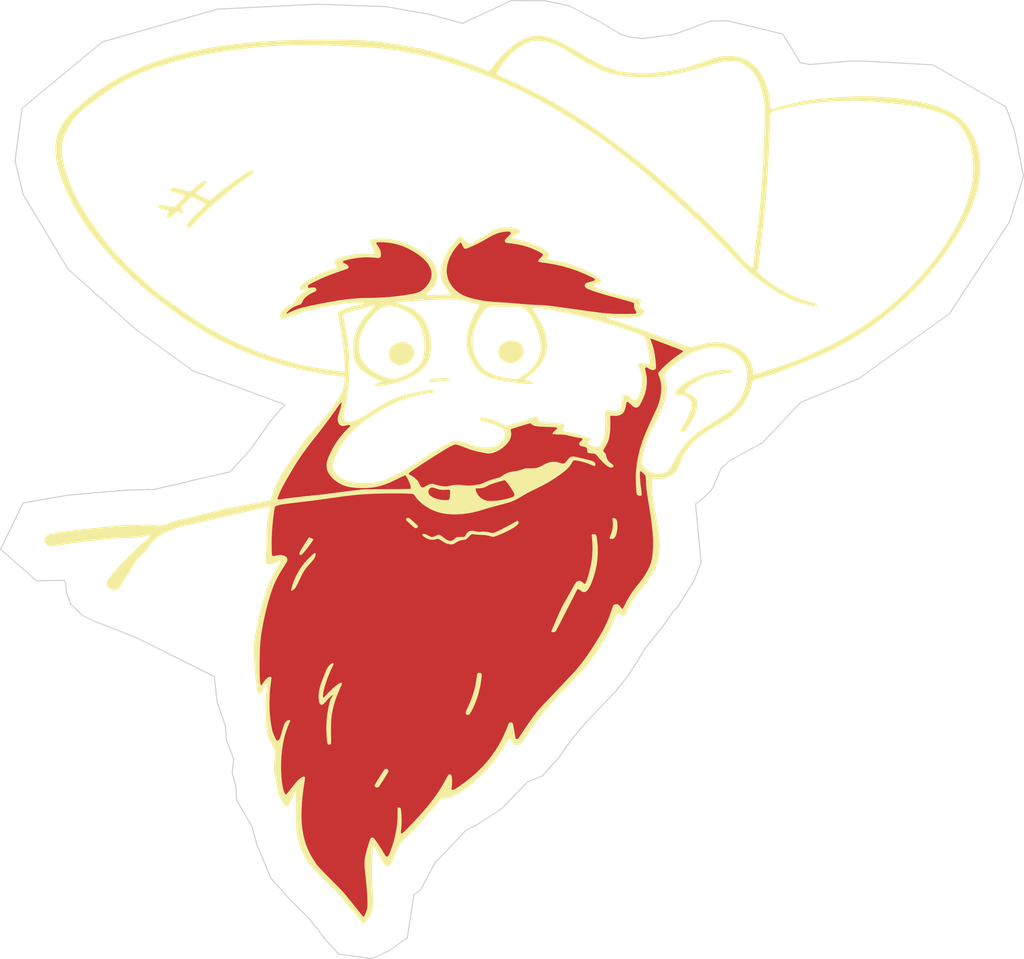
<source format=kicad_pcb>
(kicad_pcb (version 20240108) (generator "pcbnew") (generator_version "8.0")
  (layers (0 "F.Cu" signal) (31 "B.Cu" signal) (34 "B.Paste" user) (35 "F.Paste" user) (36 "B.SilkS" user "B.Silkscreen") (37 "F.SilkS" user "F.Silkscreen") (38 "B.Mask" user) (39 "F.Mask" user) (44 "Edge.Cuts" user))
  (net 0 "")
  (footprint "LOGO" (layer "F.Cu") (at 0 0)
    (property "Reference" "G***" (hide yes))
    (property "Value" "LOGO" (hide yes))
  )
  (footprint "LOGO" (layer "F.Cu") (at 0 0)
    (property "Reference" "G***" (hide yes))
    (property "Value" "LOGO" (hide yes))
    (fp_poly (pts (xy -8.204415 1.363042) (xy -8.155848 1.382284) (xy -7.9712 1.453392) (xy -7.798462 1.499804) (xy -7.620037 1.525173) (xy -7.4295 1.533108) (xy -7.311397 1.532805) (xy -7.193277 1.530856) (xy -7.089956 1.527593) (xy -7.024349 1.524) (xy -6.926146 1.521355) (xy -6.860219 1.535013) (xy -6.820512 1.571085) (xy -6.80097 1.635678) (xy -6.795539 1.734905) (xy -6.795578 1.754822) (xy -6.797829 1.847979) (xy -6.802975 1.964605) (xy -6.810116 2.086005) (xy -6.814383 2.145649) (xy -6.822908 2.24799) (xy -6.831536 2.317787) (xy -6.843017 2.364742) (xy -6.8601 2.398562) (xy -6.885534 2.428952) (xy -6.898323 2.441982) (xy -6.928316 2.470698) (xy -6.956043 2.489723) (xy -6.990845 2.501179) (xy -7.042063 2.507186) (xy -7.119035 2.509865) (xy -7.202309 2.511001) (xy -7.306697 2.511351) (xy -7.402802 2.510143) (xy -7.478279 2.507617) (xy -7.514166 2.504972) (xy -7.762666 2.4662) (xy -7.996098 2.411485) (xy -8.208912 2.342849) (xy -8.395558 2.262314) (xy -8.550488 2.171903) (xy -8.651178 2.090656) (xy -8.733247 1.987588) (xy -8.784472 1.871586) (xy -8.805242 1.750282) (xy -8.795945 1.631305) (xy -8.75697 1.522289) (xy -8.688704 1.430863) (xy -8.614833 1.376375) (xy -8.490503 1.331696) (xy -8.353532 1.327254) (xy -8.204415 1.363042)) (stroke (width 0.01)) (fill solid) (layer "F.Cu"))
    (fp_poly (pts (xy -1.843399 0.666148) (xy -1.791744 0.69782) (xy -1.722716 0.764074) (xy -1.638538 0.861964) (xy -1.541438 0.98855) (xy -1.433639 1.140889) (xy -1.317368 1.316037) (xy -1.194849 1.511052) (xy -1.155745 1.575418) (xy -1.07605 1.7098) (xy -1.017792 1.814881) (xy -0.979072 1.89668) (xy -0.95799 1.961215) (xy -0.952647 2.014505) (xy -0.961145 2.062569) (xy -0.981583 2.111427) (xy -0.984686 2.11751) (xy -1.017285 2.162082) (xy -1.069625 2.202606) (xy -1.147286 2.241938) (xy -1.255849 2.282938) (xy -1.390691 2.325442) (xy -1.677124 2.403502) (xy -1.967674 2.469445) (xy -2.256228 2.522548) (xy -2.536673 2.562086) (xy -2.802894 2.587335) (xy -3.048779 2.597571) (xy -3.268213 2.59207) (xy -3.455085 2.570106) (xy -3.455381 2.570053) (xy -3.691538 2.507773) (xy -3.902931 2.411378) (xy -4.088305 2.281935) (xy -4.246402 2.120514) (xy -4.375965 1.928183) (xy -4.475738 1.706012) (xy -4.477615 1.700725) (xy -4.513034 1.587328) (xy -4.527083 1.505847) (xy -4.519978 1.451783) (xy -4.491936 1.420637) (xy -4.491128 1.420198) (xy -4.454507 1.411612) (xy -4.386497 1.404914) (xy -4.298032 1.400946) (xy -4.231836 1.400236) (xy -3.990196 1.386255) (xy -3.771964 1.341263) (xy -3.569469 1.262996) (xy -3.375042 1.149188) (xy -3.37007 1.145766) (xy -3.331269 1.120906) (xy -3.28656 1.096917) (xy -3.231167 1.07208) (xy -3.160317 1.04468) (xy -3.069236 1.013) (xy -2.953151 0.975325) (xy -2.807287 0.929939) (xy -2.626872 0.875124) (xy -2.567769 0.857328) (xy -2.371585 0.799145) (xy -2.202112 0.750533) (xy -2.062013 0.712195) (xy -1.953952 0.684834) (xy -1.880592 0.669152) (xy -1.844595 0.665852) (xy -1.843399 0.666148)) (stroke (width 0.01)) (fill solid) (layer "F.Cu"))
    (fp_poly (pts (xy -12.655437 -20.912833) (xy -12.169585 -20.850946) (xy -11.690968 -20.749071) (xy -11.223029 -20.608181) (xy -10.769211 -20.429246) (xy -10.332955 -20.213239) (xy -10.088624 -20.070916) (xy -9.746457 -19.846046) (xy -9.444354 -19.618369) (xy -9.182579 -19.388252) (xy -8.961395 -19.156064) (xy -8.781063 -18.922171) (xy -8.641848 -18.686943) (xy -8.544012 -18.450746) (xy -8.487818 -18.213948) (xy -8.473528 -17.976917) (xy -8.485978 -17.82893) (xy -8.530502 -17.613978) (xy -8.603753 -17.410485) (xy -8.708579 -17.213366) (xy -8.847828 -17.017535) (xy -9.024347 -16.817906) (xy -9.088135 -16.753413) (xy -9.191024 -16.65396) (xy -9.2751 -16.578707) (xy -9.349791 -16.52032) (xy -9.424528 -16.471464) (xy -9.508741 -16.424804) (xy -9.514416 -16.421854) (xy -9.616295 -16.372618) (xy -9.724793 -16.325892) (xy -9.821774 -16.289313) (xy -9.853083 -16.27929) (xy -9.950458 -16.254307) (xy -10.084322 -16.225665) (xy -10.249076 -16.194233) (xy -10.439118 -16.160884) (xy -10.648849 -16.126488) (xy -10.872667 -16.091916) (xy -11.104972 -16.058039) (xy -11.340165 -16.025728) (xy -11.572643 -15.995855) (xy -11.796807 -15.969289) (xy -11.959166 -15.951745) (xy -12.169926 -15.930619) (xy -12.363988 -15.912514) (xy -12.547895 -15.897067) (xy -12.72819 -15.883915) (xy -12.911415 -15.872697) (xy -13.104112 -15.86305) (xy -13.312826 -15.854612) (xy -13.544097 -15.847021) (xy -13.804469 -15.839913) (xy -14.100484 -15.832928) (xy -14.107583 -15.832769) (xy -14.548871 -15.820572) (xy -14.95686 -15.803899) (xy -15.340431 -15.781875) (xy -15.708464 -15.753621) (xy -16.069841 -15.718263) (xy -16.433442 -15.674921) (xy -16.808149 -15.62272) (xy -17.202842 -15.560782) (xy -17.626403 -15.488231) (xy -17.663583 -15.481625) (xy -17.862763 -15.445214) (xy -18.083018 -15.403308) (xy -18.319194 -15.357007) (xy -18.566135 -15.30741) (xy -18.818686 -15.255618) (xy -19.071692 -15.202729) (xy -19.319998 -15.149844) (xy -19.558449 -15.098061) (xy -19.781889 -15.048481) (xy -19.985164 -15.002202) (xy -20.163118 -14.960326) (xy -20.310596 -14.923951) (xy -20.422443 -14.894176) (xy -20.436416 -14.890177) (xy -20.659652 -14.817781) (xy -20.903995 -14.724819) (xy -21.156843 -14.616335) (xy -21.354767 -14.522751) (xy -21.47792 -14.463326) (xy -21.568582 -14.423363) (xy -21.631229 -14.40169) (xy -21.670336 -14.397139) (xy -21.690376 -14.40854) (xy -21.695833 -14.43358) (xy -21.681467 -14.471614) (xy -21.642895 -14.53028) (xy -21.586905 -14.601377) (xy -21.520285 -14.6767) (xy -21.449824 -14.748049) (xy -21.395279 -14.796732) (xy -21.218623 -14.92975) (xy -21.035102 -15.039789) (xy -20.832623 -15.133297) (xy -20.620335 -15.2099) (xy -20.523752 -15.243968) (xy -20.437771 -15.279308) (xy -20.373298 -15.311154) (xy -20.34552 -15.32997) (xy -20.31345 -15.370649) (xy -20.272032 -15.438186) (xy -20.228463 -15.52047) (xy -20.212676 -15.553438) (xy -20.10505 -15.736972) (xy -19.958379 -15.909855) (xy -19.775046 -16.070144) (xy -19.557435 -16.215894) (xy -19.307931 -16.345158) (xy -19.171124 -16.403334) (xy -19.064973 -16.457571) (xy -18.996968 -16.51955) (xy -18.968168 -16.586918) (xy -18.979633 -16.657318) (xy -19.027205 -16.723295) (xy -19.064452 -16.75654) (xy -19.101617 -16.775163) (xy -19.152654 -16.78332) (xy -19.231523 -16.785165) (xy -19.23503 -16.785166) (xy -19.331472 -16.779866) (xy -19.430664 -16.766144) (xy -19.493652 -16.751707) (xy -19.55923 -16.733533) (xy -19.598231 -16.728985) (xy -19.624365 -16.738696) (xy -19.646825 -16.758751) (xy -19.678001 -16.813744) (xy -19.697597 -16.900455) (xy -19.699253 -16.914799) (xy -19.711178 -17.030343) (xy -19.491714 -17.152525) (xy -19.139471 -17.33963) (xy -18.75969 -17.523821) (xy -18.349636 -17.706248) (xy -17.906574 -17.888062) (xy -17.427769 -18.070415) (xy -16.910485 -18.254457) (xy -16.712419 -18.321988) (xy -16.560554 -18.373929) (xy -16.420509 -18.4232) (xy -16.297689 -18.467792) (xy -16.197495 -18.505694) (xy -16.125329 -18.534899) (xy -16.086594 -18.553397) (xy -16.082711 -18.556163) (xy -16.046077 -18.612961) (xy -16.047414 -18.678628) (xy -16.084339 -18.749224) (xy -16.154474 -18.820812) (xy -16.255437 -18.889455) (xy -16.297953 -18.912225) (xy -16.428054 -18.984772) (xy -16.516751 -19.050603) (xy -16.564385 -19.110012) (xy -16.5735 -19.146387) (xy -16.570898 -19.171981) (xy -16.559565 -19.193413) (xy -16.53421 -19.213002) (xy -16.489539 -19.233067) (xy -16.420261 -19.255927) (xy -16.321084 -19.283902) (xy -16.186716 -19.319311) (xy -16.167718 -19.324237) (xy -15.79059 -19.413614) (xy -15.434147 -19.479858) (xy -15.084833 -19.524729) (xy -14.729093 -19.549988) (xy -14.372166 -19.55742) (xy -14.225573 -19.556301) (xy -14.079315 -19.553293) (xy -13.943897 -19.548749) (xy -13.829825 -19.54302) (xy -13.74775 -19.536475) (xy -13.593177 -19.519673) (xy -13.474863 -19.507474) (xy -13.386964 -19.500054) (xy -13.323636 -19.49759) (xy -13.279036 -19.500259) (xy -13.247322 -19.508237) (xy -13.222649 -19.521703) (xy -13.199175 -19.540831) (xy -13.185022 -19.553504) (xy -13.150622 -19.585663) (xy -13.129412 -19.614327) (xy -13.118288 -19.650529) (xy -13.114144 -19.705303) (xy -13.113876 -19.789684) (xy -13.113981 -19.805941) (xy -13.136273 -20.026955) (xy -13.199557 -20.240056) (xy -13.302848 -20.442821) (xy -13.44516 -20.632827) (xy -13.454094 -20.642852) (xy -13.50504 -20.712342) (xy -13.524696 -20.777163) (xy -13.5255 -20.795111) (xy -13.521008 -20.844974) (xy -13.50385 -20.881438) (xy -13.468498 -20.906519) (xy -13.409428 -20.92223) (xy -13.321114 -20.930584) (xy -13.198029 -20.933596) (xy -13.145082 -20.933761) (xy -12.655437 -20.912833)) (stroke (width 0.01)) (fill solid) (layer "F.Cu"))
    (fp_poly (pts (xy -16.64253 -6.407631) (xy -16.631114 -6.386358) (xy -16.626886 -6.337452) (xy -16.636376 -6.252794) (xy -16.658638 -6.136346) (xy -16.69273 -5.992069) (xy -16.737705 -5.823924) (xy -16.792622 -5.635875) (xy -16.856535 -5.431881) (xy -16.864254 -5.408083) (xy -16.907192 -5.274425) (xy -16.938214 -5.171818) (xy -16.959229 -5.091305) (xy -16.972147 -5.023924) (xy -16.978878 -4.960716) (xy -16.981331 -4.892722) (xy -16.981549 -4.85775) (xy -16.97465 -4.707536) (xy -16.953802 -4.59518) (xy -16.946526 -4.573453) (xy -16.881834 -4.443088) (xy -16.797733 -4.347833) (xy -16.692423 -4.286969) (xy -16.564108 -4.259775) (xy -16.41099 -4.26553) (xy -16.256 -4.296833) (xy -16.136263 -4.322557) (xy -16.023657 -4.336467) (xy -15.929247 -4.337729) (xy -15.866148 -4.326319) (xy -15.841332 -4.310395) (xy -15.834136 -4.285658) (xy -15.846774 -4.248794) (xy -15.881458 -4.196493) (xy -15.940401 -4.125441) (xy -16.025817 -4.032327) (xy -16.139917 -3.913838) (xy -16.145669 -3.907951) (xy -16.37677 -3.665354) (xy -16.580244 -3.437536) (xy -16.763389 -3.21535) (xy -16.933503 -2.989652) (xy -17.097883 -2.751295) (xy -17.220259 -2.561166) (xy -17.342443 -2.35807) (xy -17.463023 -2.14207) (xy -17.578597 -1.920324) (xy -17.685767 -1.699989) (xy -17.781133 -1.488224) (xy -17.861297 -1.292186) (xy -17.922857 -1.119033) (xy -17.951404 -1.021693) (xy -17.980858 -0.863589) (xy -17.993795 -0.68916) (xy -17.990011 -0.515113) (xy -17.969302 -0.358152) (xy -17.960003 -0.317833) (xy -17.894051 -0.12504) (xy -17.796174 0.063307) (xy -17.663654 0.25139) (xy -17.493773 0.443394) (xy -17.413508 0.523431) (xy -17.148221 0.750681) (xy -16.859631 0.943212) (xy -16.550615 1.099574) (xy -16.224048 1.218316) (xy -15.882806 1.297988) (xy -15.875 1.299317) (xy -15.667321 1.327903) (xy -15.429504 1.349627) (xy -15.170978 1.364417) (xy -14.901173 1.372201) (xy -14.629521 1.372908) (xy -14.36545 1.366465) (xy -14.118392 1.352801) (xy -13.897777 1.331844) (xy -13.779173 1.315279) (xy -13.578529 1.280731) (xy -13.391608 1.243547) (xy -13.213253 1.201889) (xy -13.038306 1.15392) (xy -12.861608 1.0978) (xy -12.678002 1.031691) (xy -12.48233 0.953756) (xy -12.269434 0.862155) (xy -12.034156 0.755052) (xy -11.771338 0.630607) (xy -11.531304 0.514159) (xy -11.368927 0.435583) (xy -11.222564 0.366404) (xy -11.096218 0.30841) (xy -10.993889 0.263383) (xy -10.919576 0.233109) (xy -10.877281 0.219373) (xy -10.86985 0.219027) (xy -10.830652 0.250176) (xy -10.780107 0.314458) (xy -10.721735 0.40537) (xy -10.659056 0.51641) (xy -10.595592 0.641074) (xy -10.534861 0.772859) (xy -10.480386 0.905262) (xy -10.444527 1.004706) (xy -10.399702 1.144966) (xy -10.370927 1.2524) (xy -10.357453 1.33304) (xy -10.358531 1.392918) (xy -10.373413 1.438066) (xy -10.388039 1.459836) (xy -10.429949 1.511593) (xy -11.729016 1.518982) (xy -12.135371 1.521293) (xy -12.501715 1.523396) (xy -12.830368 1.52533) (xy -13.123651 1.527133) (xy -13.383885 1.528846) (xy -13.613391 1.530507) (xy -13.81449 1.532156) (xy -13.989503 1.533833) (xy -14.14075 1.535575) (xy -14.270554 1.537424) (xy -14.381234 1.539418) (xy -14.475112 1.541597) (xy -14.554508 1.543999) (xy -14.621744 1.546665) (xy -14.67914 1.549634) (xy -14.729017 1.552944) (xy -14.773697 1.556636) (xy -14.815499 1.560748) (xy -14.856746 1.56532) (xy -14.899758 1.570391) (xy -14.9225 1.573109) (xy -15.041683 1.587239) (xy -15.190336 1.604723) (xy -15.355872 1.624089) (xy -15.525703 1.643863) (xy -15.687241 1.662573) (xy -15.695083 1.663479) (xy -15.829854 1.679419) (xy -15.997648 1.699878) (xy -16.18953 1.723733) (xy -16.396569 1.749858) (xy -16.609832 1.777129) (xy -16.820385 1.804421) (xy -16.9545 1.822028) (xy -17.267138 1.863149) (xy -17.544144 1.899191) (xy -17.791818 1.9309) (xy -18.016459 1.959026) (xy -18.224366 1.984313) (xy -18.421839 2.007509) (xy -18.615176 2.029361) (xy -18.810676 2.050616) (xy -19.01464 2.072021) (xy -19.233365 2.094323) (xy -19.346333 2.105654) (xy -19.845701 2.156496) (xy -20.305232 2.205328) (xy -20.727358 2.252433) (xy -21.114513 2.298096) (xy -21.46913 2.3426) (xy -21.793643 2.38623) (xy -21.988036 2.414028) (xy -22.144035 2.435702) (xy -22.263468 2.449124) (xy -22.351288 2.454308) (xy -22.412448 2.451264) (xy -22.451901 2.440008) (xy -22.474601 2.42055) (xy -22.477774 2.415292) (xy -22.48571 2.379343) (xy -22.477686 2.323537) (xy -22.452368 2.239207) (xy -22.449251 2.230083) (xy -22.398795 2.089127) (xy -22.343897 1.947727) (xy -22.282794 1.802439) (xy -22.213724 1.649816) (xy -22.134923 1.486412) (xy -22.04463 1.308779) (xy -21.94108 1.113473) (xy -21.822512 0.897047) (xy -21.687162 0.656055) (xy -21.533268 0.38705) (xy -21.359067 0.086587) (xy -21.308544 0) (xy -21.10414 -0.346123) (xy -20.910033 -0.666309) (xy -20.721849 -0.966914) (xy -20.535212 -1.254296) (xy -20.345746 -1.534812) (xy -20.149077 -1.814821) (xy -19.94083 -2.10068) (xy -19.716627 -2.398746) (xy -19.472095 -2.715378) (xy -19.216777 -3.039412) (xy -18.775515 -3.600516) (xy -18.360421 -4.139917) (xy -17.96639 -4.66444) (xy -17.588313 -5.180913) (xy -17.221084 -5.696161) (xy -17.102104 -5.866089) (xy -16.987484 -6.029578) (xy -16.893949 -6.16045) (xy -16.819123 -6.261329) (xy -16.760632 -6.334838) (xy -16.716102 -6.3836) (xy -16.683158 -6.410237) (xy -16.659425 -6.417373) (xy -16.64253 -6.407631)) (stroke (width 0.01)) (fill solid) (layer "F.Cu"))
    (fp_poly (pts (xy -1.451218 -21.891747) (xy -1.407788 -21.88483) (xy -1.377228 -21.871148) (xy -1.349727 -21.849014) (xy -1.346051 -21.845602) (xy -1.301466 -21.782679) (xy -1.290948 -21.718602) (xy -1.293201 -21.688653) (xy -1.302968 -21.659076) (xy -1.324489 -21.624515) (xy -1.362001 -21.579614) (xy -1.419742 -21.519019) (xy -1.50195 -21.437375) (xy -1.552808 -21.387711) (xy -1.640106 -21.300839) (xy -1.716907 -21.22089) (xy -1.777826 -21.15375) (xy -1.817483 -21.105303) (xy -1.830115 -21.084526) (xy -1.831921 -21.017303) (xy -1.804279 -20.948027) (xy -1.75476 -20.895177) (xy -1.751731 -20.893226) (xy -1.713887 -20.880612) (xy -1.642333 -20.866372) (xy -1.545588 -20.851902) (xy -1.432168 -20.8386) (xy -1.397808 -20.835201) (xy -0.910869 -20.773249) (xy -0.431562 -20.681222) (xy 0.032342 -20.561016) (xy 0.473073 -20.414528) (xy 0.709084 -20.320784) (xy 0.830173 -20.267498) (xy 0.960311 -20.206674) (xy 1.093165 -20.141645) (xy 1.222399 -20.075745) (xy 1.341681 -20.012306) (xy 1.444675 -19.954662) (xy 1.525048 -19.906144) (xy 1.576465 -19.870086) (xy 1.589559 -19.857491) (xy 1.616826 -19.816254) (xy 1.627707 -19.77663) (xy 1.619585 -19.732833) (xy 1.589841 -19.679081) (xy 1.53586 -19.609587) (xy 1.455024 -19.518569) (xy 1.418168 -19.478692) (xy 1.324719 -19.375401) (xy 1.260083 -19.296263) (xy 1.221845 -19.236843) (xy 1.207593 -19.192711) (xy 1.214915 -19.159433) (xy 1.233174 -19.138879) (xy 1.2644 -19.127514) (xy 1.327648 -19.114313) (xy 1.41277 -19.101156) (xy 1.481883 -19.09277) (xy 2.19124 -18.998664) (xy 2.878672 -18.871225) (xy 3.550248 -18.708811) (xy 4.212033 -18.50978) (xy 4.870097 -18.27249) (xy 5.518408 -18.000723) (xy 5.753968 -17.893421) (xy 5.949746 -17.800162) (xy 6.105872 -17.720876) (xy 6.222474 -17.655494) (xy 6.299681 -17.603947) (xy 6.337625 -17.566163) (xy 6.341349 -17.557586) (xy 6.347999 -17.508654) (xy 6.338325 -17.467335) (xy 6.308202 -17.431221) (xy 6.253509 -17.397901) (xy 6.170122 -17.364966) (xy 6.053918 -17.330006) (xy 5.900776 -17.290611) (xy 5.872988 -17.283837) (xy 5.724145 -17.244033) (xy 5.611678 -17.204551) (xy 5.52976 -17.162374) (xy 5.472565 -17.11449) (xy 5.434268 -17.057884) (xy 5.433577 -17.056484) (xy 5.41038 -17.000941) (xy 5.408268 -16.958457) (xy 5.425407 -16.907516) (xy 5.456539 -16.850747) (xy 5.502702 -16.8001) (xy 5.569622 -16.751796) (xy 5.663023 -16.702059) (xy 5.788631 -16.64711) (xy 5.868176 -16.61538) (xy 6.030505 -16.553264) (xy 6.193681 -16.493439) (xy 6.361795 -16.434657) (xy 6.538939 -16.375669) (xy 6.729203 -16.315225) (xy 6.93668 -16.252077) (xy 7.16546 -16.184974) (xy 7.419635 -16.112669) (xy 7.703295 -16.033913) (xy 8.020533 -15.947455) (xy 8.3185 -15.867283) (xy 8.564973 -15.800723) (xy 8.800721 -15.735985) (xy 9.022024 -15.674152) (xy 9.22516 -15.61631) (xy 9.406408 -15.563545) (xy 9.562046 -15.516941) (xy 9.688354 -15.477583) (xy 9.781609 -15.446556) (xy 9.838091 -15.424947) (xy 9.8425 -15.422904) (xy 9.86733 -15.409055) (xy 9.882442 -15.390525) (xy 9.889737 -15.35816) (xy 9.891114 -15.302805) (xy 9.888473 -15.215305) (xy 9.888026 -15.203527) (xy 9.889969 -15.049584) (xy 9.911267 -14.922188) (xy 9.955527 -14.808592) (xy 10.026353 -14.696048) (xy 10.034784 -14.684696) (xy 10.090378 -14.600763) (xy 10.113774 -14.536407) (xy 10.106077 -14.485072) (xy 10.07507 -14.446012) (xy 10.049522 -14.429435) (xy 10.009961 -14.416796) (xy 9.949234 -14.406917) (xy 9.860188 -14.398617) (xy 9.741695 -14.391056) (xy 9.646406 -14.387127) (xy 9.516324 -14.383859) (xy 9.358984 -14.381269) (xy 9.18192 -14.379378) (xy 8.992669 -14.378203) (xy 8.798766 -14.377764) (xy 8.607745 -14.378078) (xy 8.427142 -14.379165) (xy 8.264492 -14.381043) (xy 8.127331 -14.383731) (xy 8.03275 -14.386822) (xy 7.840047 -14.397497) (xy 7.61352 -14.414111) (xy 7.361138 -14.435857) (xy 7.09087 -14.461926) (xy 6.810686 -14.491513) (xy 6.528553 -14.52381) (xy 6.25244 -14.558009) (xy 5.990317 -14.593303) (xy 5.979584 -14.594818) (xy 5.88443 -14.608282) (xy 5.753366 -14.62683) (xy 5.592398 -14.649611) (xy 5.40753 -14.675777) (xy 5.204768 -14.704477) (xy 4.990118 -14.734861) (xy 4.769584 -14.766079) (xy 4.572 -14.79405) (xy 4.190118 -14.848125) (xy 3.847237 -14.89665) (xy 3.540434 -14.939957) (xy 3.266788 -14.978374) (xy 3.023377 -15.012233) (xy 2.807277 -15.041863) (xy 2.615567 -15.067595) (xy 2.445325 -15.089758) (xy 2.293629 -15.108684) (xy 2.157556 -15.124701) (xy 2.034184 -15.138141) (xy 1.920592 -15.149334) (xy 1.813856 -15.15861) (xy 1.711055 -15.166299) (xy 1.609266 -15.172731) (xy 1.505567 -15.178236) (xy 1.397037 -15.183145) (xy 1.280753 -15.187789) (xy 1.153792 -15.192496) (xy 1.013233 -15.197597) (xy 0.994834 -15.198269) (xy 0.817835 -15.20604) (xy 0.609482 -15.217339) (xy 0.380542 -15.23145) (xy 0.141781 -15.247657) (xy -0.096035 -15.265245) (xy -0.322139 -15.283498) (xy -0.433916 -15.293231) (xy -0.69797 -15.316803) (xy -0.927451 -15.336992) (xy -1.129935 -15.354367) (xy -1.312997 -15.369497) (xy -1.484214 -15.382952) (xy -1.651161 -15.3953) (xy -1.821414 -15.407113) (xy -2.002547 -15.418958) (xy -2.202138 -15.431405) (xy -2.427761 -15.445024) (xy -2.550583 -15.452325) (xy -2.863241 -15.472515) (xy -3.139741 -15.4941) (xy -3.386255 -15.517747) (xy -3.608951 -15.544122) (xy -3.814001 -15.573893) (xy -4.007573 -15.607727) (xy -4.03225 -15.612465) (xy -4.268539 -15.660033) (xy -4.497525 -15.709449) (xy -4.712523 -15.759101) (xy -4.906845 -15.807381) (xy -5.073805 -15.85268) (xy -5.206716 -15.893388) (xy -5.224885 -15.899543) (xy -5.560932 -16.034172) (xy -5.868938 -16.195965) (xy -6.147457 -16.383277) (xy -6.395044 -16.594462) (xy -6.610253 -16.827875) (xy -6.791639 -17.081871) (xy -6.937755 -17.354804) (xy -7.047158 -17.645029) (xy -7.1184 -17.9509) (xy -7.135562 -18.074369) (xy -7.147208 -18.318899) (xy -7.13062 -18.584) (xy -7.08702 -18.859837) (xy -7.017629 -19.136577) (xy -6.994376 -19.210952) (xy -6.946435 -19.339998) (xy -6.880522 -19.492568) (xy -6.802366 -19.657112) (xy -6.717697 -19.822081) (xy -6.632247 -19.975924) (xy -6.551745 -20.107091) (xy -6.54392 -20.118916) (xy -6.454687 -20.247568) (xy -6.359162 -20.376435) (xy -6.261285 -20.501028) (xy -6.164996 -20.616859) (xy -6.074236 -20.719442) (xy -5.992943 -20.804286) (xy -5.925059 -20.866906) (xy -5.874522 -20.902811) (xy -5.849935 -20.909436) (xy -5.822034 -20.887401) (xy -5.78149 -20.828634) (xy -5.727599 -20.732014) (xy -5.681354 -20.640848) (xy -5.632067 -20.543861) (xy -5.586909 -20.460304) (xy -5.550191 -20.397781) (xy -5.526224 -20.363899) (xy -5.522604 -20.360714) (xy -5.483296 -20.345651) (xy -5.429917 -20.344298) (xy -5.35728 -20.357836) (xy -5.260198 -20.387446) (xy -5.133483 -20.434309) (xy -5.046006 -20.469194) (xy -4.712606 -20.613428) (xy -4.356312 -20.78417) (xy -3.984069 -20.977903) (xy -3.602825 -21.191107) (xy -3.484806 -21.260067) (xy -3.212883 -21.415686) (xy -2.966758 -21.545299) (xy -2.74049 -21.650916) (xy -2.52814 -21.734544) (xy -2.323766 -21.798193) (xy -2.121429 -21.843872) (xy -1.915188 -21.873589) (xy -1.699103 -21.889353) (xy -1.615926 -21.892041) (xy -1.517327 -21.893588) (xy -1.451218 -21.891747)) (stroke (width 0.01)) (fill solid) (layer "F.Cu"))
    (fp_poly (pts (xy 11.357094 -12.205817) (xy 11.416271 -12.184727) (xy 11.507396 -12.151337) (xy 11.62668 -12.107085) (xy 11.770338 -12.05341) (xy 11.934584 -11.991751) (xy 12.115632 -11.923548) (xy 12.309695 -11.85024) (xy 12.512988 -11.773265) (xy 12.721724 -11.694062) (xy 12.932117 -11.614071) (xy 13.140381 -11.534731) (xy 13.342731 -11.457481) (xy 13.535379 -11.38376) (xy 13.71454 -11.315006) (xy 13.876427 -11.252659) (xy 14.017255 -11.198159) (xy 14.133237 -11.152943) (xy 14.220588 -11.118452) (xy 14.27552 -11.096124) (xy 14.292792 -11.088431) (xy 14.324028 -11.051423) (xy 14.325312 -10.99915) (xy 14.297559 -10.945323) (xy 14.282209 -10.929578) (xy 14.246268 -10.901643) (xy 14.18369 -10.856793) (xy 14.103303 -10.80123) (xy 14.014562 -10.741571) (xy 13.629225 -10.470549) (xy 13.25081 -10.172397) (xy 12.873927 -9.842609) (xy 12.493187 -9.476676) (xy 12.449112 -9.432276) (xy 12.081807 -9.060559) (xy 12.092064 -8.969988) (xy 12.104416 -8.910604) (xy 12.129094 -8.826051) (xy 12.161868 -8.730121) (xy 12.181488 -8.678333) (xy 12.27558 -8.38409) (xy 12.334176 -8.069171) (xy 12.357301 -7.732998) (xy 12.34498 -7.374994) (xy 12.297241 -6.994579) (xy 12.26481 -6.818897) (xy 12.233295 -6.672086) (xy 12.198735 -6.532007) (xy 12.159178 -6.393471) (xy 12.112668 -6.251291) (xy 12.057253 -6.100276) (xy 11.990977 -5.935239) (xy 11.911888 -5.750991) (xy 11.818031 -5.542342) (xy 11.707453 -5.304104) (xy 11.642717 -5.166851) (xy 11.516016 -4.896227) (xy 11.386581 -4.613956) (xy 11.257788 -4.327712) (xy 11.133011 -4.04517) (xy 11.015627 -3.774006) (xy 10.909009 -3.521894) (xy 10.816532 -3.296509) (xy 10.780785 -3.20675) (xy 10.568008 -2.615726) (xy 10.390075 -2.01356) (xy 10.247729 -1.404618) (xy 10.141713 -0.793269) (xy 10.072772 -0.183878) (xy 10.041647 0.419186) (xy 10.049083 1.011557) (xy 10.052181 1.073878) (xy 10.065338 1.293445) (xy 10.079991 1.489475) (xy 10.095763 1.658686) (xy 10.112277 1.797798) (xy 10.129159 1.903531) (xy 10.146031 1.972604) (xy 10.158088 1.997947) (xy 10.208725 2.034971) (xy 10.281149 2.059864) (xy 10.362534 2.07157) (xy 10.440056 2.069031) (xy 10.500888 2.051189) (xy 10.527095 2.028366) (xy 10.533578 2.000739) (xy 10.533563 1.946151) (xy 10.526758 1.860935) (xy 10.512868 1.741423) (xy 10.491603 1.583948) (xy 10.491591 1.583866) (xy 10.448894 1.263652) (xy 10.416195 0.977888) (xy 10.392925 0.72003) (xy 10.378517 0.483534) (xy 10.3724 0.261857) (xy 10.372101 0.208967) (xy 10.373103 0.057917) (xy 10.378644 -0.052895) (xy 10.39185 -0.12554) (xy 10.415848 -0.162089) (xy 10.453762 -0.164613) (xy 10.508719 -0.135184) (xy 10.583845 -0.075873) (xy 10.677281 0.006748) (xy 10.753389 0.080115) (xy 10.823602 0.156059) (xy 10.877251 0.222697) (xy 10.894429 0.248638) (xy 10.913743 0.283179) (xy 10.928436 0.316396) (xy 10.939429 0.354948) (xy 10.947643 0.405495) (xy 10.953998 0.474697) (xy 10.959416 0.569213) (xy 10.964817 0.695704) (xy 10.968126 0.78164) (xy 10.977464 1.002055) (xy 10.988154 1.194028) (xy 11.001351 1.368726) (xy 11.018207 1.537319) (xy 11.039877 1.710974) (xy 11.067513 1.90086) (xy 11.102269 2.118146) (xy 11.112558 2.180167) (xy 11.194838 2.678773) (xy 11.268768 3.138647) (xy 11.334651 3.562497) (xy 11.392787 3.953031) (xy 11.44348 4.312956) (xy 11.487032 4.64498) (xy 11.523745 4.951811) (xy 11.553921 5.236157) (xy 11.577863 5.500725) (xy 11.595872 5.748223) (xy 11.608252 5.98136) (xy 11.615303 6.202842) (xy 11.617329 6.415378) (xy 11.614631 6.621675) (xy 11.613404 6.6675) (xy 11.603896 6.904751) (xy 11.589629 7.140587) (xy 11.571355 7.366715) (xy 11.549829 7.574842) (xy 11.525805 7.756672) (xy 11.501827 7.895167) (xy 11.426213 8.189232) (xy 11.316153 8.492821) (xy 11.170943 8.807198) (xy 10.98988 9.133627) (xy 10.772261 9.47337) (xy 10.517383 9.827693) (xy 10.224541 10.197858) (xy 10.210429 10.214944) (xy 9.864897 10.656165) (xy 9.55973 11.096184) (xy 9.293147 11.537766) (xy 9.063366 11.983673) (xy 9.045101 12.022667) (xy 8.995049 12.127654) (xy 8.94768 12.22211) (xy 8.907326 12.297743) (xy 8.878316 12.346258) (xy 8.871067 12.355974) (xy 8.831466 12.387068) (xy 8.789941 12.386683) (xy 8.742492 12.352598) (xy 8.685118 12.282589) (xy 8.652065 12.23434) (xy 8.553013 12.108782) (xy 8.446966 12.020717) (xy 8.336649 11.972239) (xy 8.302122 11.965591) (xy 8.199099 11.962338) (xy 8.115277 11.987039) (xy 8.046223 12.034067) (xy 8.0211 12.059469) (xy 7.997387 12.094816) (xy 7.972469 12.146216) (xy 7.943732 12.219775) (xy 7.908564 12.3216) (xy 7.864351 12.4578) (xy 7.862788 12.462699) (xy 7.731276 12.851822) (xy 7.588732 13.226715) (xy 7.431541 13.595187) (xy 7.256088 13.965047) (xy 7.058759 14.344105) (xy 6.835939 14.74017) (xy 6.70951 14.95425) (xy 6.473954 15.340117) (xy 6.23155 15.72346) (xy 5.985786 16.099218) (xy 5.740152 16.462329) (xy 5.498137 16.807733) (xy 5.263228 17.130368) (xy 5.038914 17.425172) (xy 4.828685 17.687084) (xy 4.811765 17.707442) (xy 4.770493 17.756961) (xy 4.732819 17.802026) (xy 4.696874 17.844645) (xy 4.660791 17.886827) (xy 4.622702 17.93058) (xy 4.580741 17.977914) (xy 4.53304 18.030837) (xy 4.477732 18.091357) (xy 4.412948 18.161483) (xy 4.336822 18.243224) (xy 4.247487 18.338588) (xy 4.143074 18.449584) (xy 4.021717 18.57822) (xy 3.881548 18.726505) (xy 3.7207 18.896447) (xy 3.537305 19.090056) (xy 3.329496 19.30934) (xy 3.095406 19.556307) (xy 2.963334 19.69564) (xy 2.762303 19.907753) (xy 2.566698 20.114199) (xy 2.378867 20.312498) (xy 2.201155 20.500168) (xy 2.03591 20.67473) (xy 1.88548 20.833703) (xy 1.752211 20.974606) (xy 1.638451 21.094959) (xy 1.546547 21.192282) (xy 1.478846 21.264093) (xy 1.437694 21.307913) (xy 1.435154 21.310634) (xy 1.298617 21.462821) (xy 1.149772 21.640008) (xy 0.9876 21.843587) (xy 0.811087 22.074949) (xy 0.619214 22.335486) (xy 0.410964 22.626588) (xy 0.185321 22.949647) (xy -0.058732 23.306055) (xy -0.322213 23.697201) (xy -0.455528 23.897167) (xy -0.519679 23.991938) (xy -0.56795 24.057454) (xy -0.606703 24.100481) (xy -0.6423 24.127785) (xy -0.681104 24.14613) (xy -0.69405 24.150804) (xy -0.754753 24.168903) (xy -0.795408 24.169991) (xy -0.834731 24.154066) (xy -0.840617 24.150804) (xy -0.856081 24.14079) (xy -0.869519 24.126779) (xy -0.88202 24.104387) (xy -0.894674 24.069231) (xy -0.908569 24.016926) (xy -0.924794 23.943089) (xy -0.944438 23.843335) (xy -0.968589 23.713281) (xy -0.998338 23.548543) (xy -1.019274 23.431522) (xy -1.055451 23.231587) (xy -1.085788 23.07005) (xy -1.111046 22.943493) (xy -1.131986 22.848499) (xy -1.14937 22.781652) (xy -1.163957 22.739532) (xy -1.176511 22.718724) (xy -1.178377 22.717147) (xy -1.221001 22.700986) (xy -1.285441 22.691613) (xy -1.312689 22.690667) (xy -1.386002 22.697138) (xy -1.434787 22.720225) (xy -1.453803 22.738292) (xy -1.475587 22.773887) (xy -1.50799 22.841472) (xy -1.547536 22.93312) (xy -1.590752 23.040901) (xy -1.618476 23.114) (xy -1.864623 23.718496) (xy -2.14838 24.306996) (xy -2.467648 24.875626) (xy -2.820325 25.420514) (xy -3.020574 25.699028) (xy -3.199333 25.934143) (xy -3.368939 26.146469) (xy -3.538433 26.346452) (xy -3.716859 26.544535) (xy -3.913258 26.751163) (xy -4.063981 26.904178) (xy -4.24934 27.087622) (xy -4.424874 27.255469) (xy -4.596687 27.41286) (xy -4.770884 27.564938) (xy -4.95357 27.716846) (xy -5.150849 27.873726) (xy -5.368826 28.040721) (xy -5.613605 28.222973) (xy -5.736166 28.312824) (xy -5.913032 28.440366) (xy -6.062163 28.544121) (xy -6.188506 28.62721) (xy -6.297008 28.692753) (xy -6.392617 28.743869) (xy -6.480279 28.78368) (xy -6.487191 28.786508) (xy -6.553624 28.812204) (xy -6.595103 28.822067) (xy -6.625564 28.81699) (xy -6.658942 28.797869) (xy -6.659406 28.797565) (xy -6.693021 28.770847) (xy -6.706656 28.739511) (xy -6.705348 28.687777) (xy -6.702406 28.662824) (xy -6.674043 28.40986) (xy -6.657677 28.191489) (xy -6.653045 28.001787) (xy -6.659883 27.834828) (xy -6.663783 27.791687) (xy -6.681495 27.648176) (xy -6.702461 27.542064) (xy -6.728473 27.468443) (xy -6.761321 27.422402) (xy -6.802797 27.399034) (xy -6.807513 27.397749) (xy -6.855856 27.391902) (xy -6.899647 27.40332) (xy -6.943041 27.436283) (xy -6.99019 27.495074) (xy -7.045248 27.583974) (xy -7.112368 27.707263) (xy -7.117772 27.717573) (xy -7.428336 28.280456) (xy -7.764086 28.829029) (xy -8.128411 29.368122) (xy -8.5247 29.902566) (xy -8.956341 30.43719) (xy -9.322918 30.861) (xy -9.482912 31.039554) (xy -9.649413 31.222999) (xy -9.819528 31.408313) (xy -9.990365 31.592475) (xy -10.159029 31.772463) (xy -10.322628 31.945257) (xy -10.47827 32.107836) (xy -10.623061 32.257177) (xy -10.754109 32.39026) (xy -10.86852 32.504064) (xy -10.963401 32.595567) (xy -11.03586 32.661748) (xy -11.083004 32.699587) (xy -11.084188 32.700379) (xy -11.154525 32.743705) (xy -11.202229 32.762172) (xy -11.23756 32.757571) (xy -11.269738 32.732738) (xy -11.289341 32.68992) (xy -11.300207 32.616323) (xy -11.301991 32.522663) (xy -11.294351 32.419655) (xy -11.282222 32.342667) (xy -11.261172 32.206448) (xy -11.244749 32.038376) (xy -11.233352 31.848719) (xy -11.227376 31.647746) (xy -11.227219 31.445725) (xy -11.233278 31.252924) (xy -11.237383 31.182871) (xy -11.252089 30.98345) (xy -11.267481 30.809673) (xy -11.283118 30.665533) (xy -11.298558 30.555021) (xy -11.31336 30.482132) (xy -11.315866 30.473496) (xy -11.348048 30.433716) (xy -11.40621 30.408291) (xy -11.474868 30.403053) (xy -11.494632 30.406165) (xy -11.55191 30.418746) (xy -11.563374 31.079081) (xy -11.568666 31.324726) (xy -11.575864 31.537031) (xy -11.585773 31.724976) (xy -11.599193 31.897542) (xy -11.616929 32.063707) (xy -11.639781 32.232452) (xy -11.668554 32.412755) (xy -11.697123 32.5755) (xy -11.775543 32.955975) (xy -11.874905 33.351732) (xy -11.991122 33.748954) (xy -12.120105 34.133821) (xy -12.257768 34.492516) (xy -12.27978 34.545263) (xy -12.328236 34.656497) (xy -12.366334 34.73448) (xy -12.397957 34.785827) (xy -12.426991 34.817151) (xy -12.447226 34.830384) (xy -12.501386 34.854209) (xy -12.549084 34.862775) (xy -12.594243 34.852781) (xy -12.640783 34.820928) (xy -12.692627 34.763914) (xy -12.753696 34.678438) (xy -12.827913 34.561201) (xy -12.890441 34.457369) (xy -12.976014 34.31591) (xy -13.069826 34.164809) (xy -13.168522 34.009119) (xy -13.268748 33.853895) (xy -13.36715 33.704191) (xy -13.460372 33.56506) (xy -13.54506 33.441557) (xy -13.617859 33.338736) (xy -13.675415 33.26165) (xy -13.714373 33.215355) (xy -13.715764 33.213948) (xy -13.794105 33.147347) (xy -13.860462 33.118109) (xy -13.91943 33.124645) (xy -13.940812 33.136149) (xy -13.972556 33.160355) (xy -14.000827 33.191568) (xy -14.027867 33.234966) (xy -14.055919 33.295726) (xy -14.087224 33.379026) (xy -14.124026 33.490043) (xy -14.168567 33.633956) (xy -14.196239 33.725871) (xy -14.287015 34.035267) (xy -14.363327 34.310205) (xy -14.425896 34.555745) (xy -14.475441 34.776946) (xy -14.512681 34.978868) (xy -14.538337 35.166569) (xy -14.553127 35.34511) (xy -14.557771 35.519549) (xy -14.55299 35.694946) (xy -14.539502 35.87636) (xy -14.523355 36.025667) (xy -14.471986 36.467972) (xy -14.426583 36.890899) (xy -14.38727 37.292331) (xy -14.35417 37.670152) (xy -14.327409 38.022244) (xy -14.307109 38.34649) (xy -14.293394 38.640775) (xy -14.286389 38.902981) (xy -14.286218 39.130991) (xy -14.293004 39.322688) (xy -14.306871 39.475956) (xy -14.317494 39.542763) (xy -14.345415 39.662445) (xy -14.383277 39.789374) (xy -14.428217 39.917069) (xy -14.477369 40.03905) (xy -14.52787 40.148838) (xy -14.576855 40.239952) (xy -14.621461 40.305913) (xy -14.658822 40.34024) (xy -14.671506 40.343667) (xy -14.687747 40.327617) (xy -14.727802 40.281528) (xy -14.789133 40.208493) (xy -14.869202 40.111604) (xy -14.965471 39.993955) (xy -15.075403 39.858637) (xy -15.19646 39.708744) (xy -15.326103 39.547367) (xy -15.370665 39.491709) (xy -15.567688 39.245503) (xy -15.741659 39.028548) (xy -15.895962 38.83703) (xy -16.03398 38.667135) (xy -16.159097 38.515049) (xy -16.274696 38.376957) (xy -16.38416 38.249046) (xy -16.490873 38.127501) (xy -16.598219 38.008508) (xy -16.70958 37.888254) (xy -16.82834 37.762923) (xy -16.957882 37.628702) (xy -17.101591 37.481777) (xy -17.262848 37.318334) (xy -17.445038 37.134558) (xy -17.600355 36.978167) (xy -17.844823 36.731387) (xy -18.06136 36.511099) (xy -18.252473 36.314375) (xy -18.420671 36.138286) (xy -18.568463 35.979904) (xy -18.698356 35.836301) (xy -18.812859 35.704549) (xy -18.914479 35.581718) (xy -19.005726 35.464881) (xy -19.089106 35.351109) (xy -19.167129 35.237475) (xy -19.242303 35.121049) (xy -19.317135 34.998904) (xy -19.365312 34.917563) (xy -19.599123 34.482493) (xy -19.799171 34.032131) (xy -19.965841 33.564671) (xy -20.099519 33.078312) (xy -20.20059 32.571248) (xy -20.26944 32.041678) (xy -20.306454 31.487796) (xy -20.312018 30.9078) (xy -20.300279 30.5435) (xy -20.27295 30.05379) (xy -20.23798 29.593381) (xy -20.194082 29.149722) (xy -20.139968 28.710262) (xy -20.094844 28.402293) (xy -13.638004 28.402293) (xy -13.609716 28.466141) (xy -13.55336 28.515926) (xy -13.536596 28.524286) (xy -13.460007 28.549289) (xy -13.395368 28.546925) (xy -13.346698 28.529323) (xy -13.320421 28.506019) (xy -13.276554 28.451567) (xy -13.214387 28.364935) (xy -13.133208 28.245093) (xy -13.032309 28.091011) (xy -12.910978 27.901658) (xy -12.876109 27.846698) (xy -12.779904 27.69449) (xy -12.690004 27.551681) (xy -12.609151 27.422669) (xy -12.540085 27.311852) (xy -12.485548 27.223628) (xy -12.448281 27.162395) (xy -12.431117 27.132735) (xy -12.416032 27.063882) (xy -12.435999 27.000472) (xy -12.483752 26.949064) (xy -12.552023 26.916215) (xy -12.633546 26.908483) (xy -12.672486 26.914912) (xy -12.693632 26.921414) (xy -12.714268 26.932123) (xy -12.736918 26.950493) (xy -12.764104 26.979977) (xy -12.79835 27.02403) (xy -12.84218 27.086106) (xy -12.898118 27.169658) (xy -12.968686 27.27814) (xy -13.056408 27.415007) (xy -13.163808 27.583712) (xy -13.181733 27.611917) (xy -13.279233 27.765783) (xy -13.370032 27.909901) (xy -13.451493 28.040024) (xy -13.520981 28.151904) (xy -13.575857 28.241295) (xy -13.613487 28.303948) (xy -13.631232 28.335617) (xy -13.631829 28.336959) (xy -13.638004 28.402293) (xy -20.094844 28.402293) (xy -20.074353 28.262447) (xy -20.052256 28.124743) (xy -20.026367 27.963502) (xy -20.008105 27.839172) (xy -19.99768 27.746986) (xy -19.995297 27.682176) (xy -20.001164 27.639975) (xy -20.015488 27.615617) (xy -20.038478 27.604334) (xy -20.070339 27.601359) (xy -20.075019 27.601334) (xy -20.162075 27.619955) (xy -20.268443 27.67549) (xy -20.393617 27.767442) (xy -20.537091 27.895317) (xy -20.69836 28.058618) (xy -20.876918 28.256851) (xy -21.072259 28.489519) (xy -21.283879 28.756128) (xy -21.376301 28.876541) (xy -21.468803 28.99646) (xy -21.541447 29.085477) (xy -21.598692 29.147341) (xy -21.644997 29.185803) (xy -21.684822 29.204614) (xy -21.722624 29.207523) (xy -21.75994 29.199224) (xy -21.799645 29.167258) (xy -21.842573 29.098857) (xy -21.886807 28.999608) (xy -21.930432 28.875098) (xy -21.97153 28.730912) (xy -22.008185 28.572637) (xy -22.038481 28.405858) (xy -22.043511 28.372643) (xy -22.081548 28.072814) (xy -22.112829 27.744541) (xy -22.136958 27.398132) (xy -22.153539 27.043895) (xy -22.162178 26.692138) (xy -22.162479 26.353169) (xy -22.154047 26.037295) (xy -22.141492 25.818175) (xy -22.089368 25.262595) (xy -22.016624 24.740203) (xy -21.922279 24.246685) (xy -21.805351 23.777729) (xy -21.66486 23.329019) (xy -21.499824 22.896242) (xy -21.450672 22.780974) (xy -21.408556 22.683039) (xy -21.373397 22.598667) (xy -21.348337 22.535596) (xy -21.336518 22.501569) (xy -21.336 22.498526) (xy -21.354053 22.48278) (xy -21.400023 22.479134) (xy -21.461624 22.486425) (xy -21.52657 22.503489) (xy -21.567014 22.520405) (xy -21.622055 22.55224) (xy -21.671056 22.590486) (xy -21.715865 22.639068) (xy -21.758331 22.701906) (xy -21.800303 22.782922) (xy -21.843628 22.886039) (xy -21.890156 23.015178) (xy -21.941736 23.174262) (xy -22.000216 23.367213) (xy -22.055666 23.557095) (xy -22.107149 23.734595) (xy -22.148947 23.876174) (xy -22.18282 23.986668) (xy -22.210525 24.070911) (xy -22.233823 24.133742) (xy -22.254473 24.179994) (xy -22.274233 24.214504) (xy -22.294863 24.242108) (xy -22.311681 24.260887) (xy -22.388703 24.321904) (xy -22.46552 24.344244) (xy -22.537296 24.327321) (xy -22.580409 24.29346) (xy -22.610008 24.250739) (xy -22.650982 24.176149) (xy -22.699801 24.077445) (xy -22.752936 23.96238) (xy -22.806859 23.83871) (xy -22.858042 23.714188) (xy -22.902954 23.596569) (xy -22.921752 23.543368) (xy -22.954441 23.432268) (xy -22.989268 23.286311) (xy -23.024891 23.112829) (xy -23.059965 22.919155) (xy -23.093148 22.712622) (xy -23.123095 22.500562) (xy -23.143937 22.330834) (xy -23.195724 21.734993) (xy -23.218614 21.117048) (xy -23.212785 20.485664) (xy -23.206415 20.367745) (xy -18.720114 20.367745) (xy -18.704841 20.614823) (xy -18.660676 20.833922) (xy -18.659634 20.837527) (xy -18.616762 20.940881) (xy -18.559972 21.009605) (xy -18.492453 21.041329) (xy -18.417394 21.033684) (xy -18.403308 21.027935) (xy -18.365922 21.009181) (xy -18.330714 20.986031) (xy -18.292185 20.953188) (xy -18.244836 20.905353) (xy -18.183167 20.83723) (xy -18.10168 20.74352) (xy -18.070913 20.70772) (xy -17.923784 20.544842) (xy -17.776907 20.398372) (xy -17.637542 20.27518) (xy -17.521867 20.188083) (xy -17.454833 20.149281) (xy -17.415744 20.141777) (xy -17.404583 20.165087) (xy -17.421331 20.218725) (xy -17.465971 20.302206) (xy -17.529587 20.401868) (xy -17.579612 20.481277) (xy -17.619082 20.558) (xy -17.653303 20.644628) (xy -17.687583 20.753752) (xy -17.706935 20.822623) (xy -17.83183 21.348687) (xy -17.924823 21.896607) (xy -17.985012 22.459414) (xy -18.011493 23.030134) (xy -18.012747 23.185866) (xy -18.010794 23.373124) (xy -18.005311 23.564292) (xy -17.996741 23.754388) (xy -17.985531 23.93843) (xy -17.972124 24.111436) (xy -17.956965 24.268424) (xy -17.940499 24.404412) (xy -17.923171 24.514418) (xy -17.905426 24.593461) (xy -17.887709 24.636559) (xy -17.88279 24.641522) (xy -17.838871 24.652713) (xy -17.774771 24.650765) (xy -17.709752 24.637917) (xy -17.663075 24.616405) (xy -17.662505 24.615939) (xy -17.655169 24.605016) (xy -17.649091 24.583197) (xy -17.644173 24.546999) (xy -17.64032 24.492935) (xy -17.637434 24.417523) (xy -17.63542 24.317277) (xy -17.63418 24.188713) (xy -17.633619 24.028346) (xy -17.633639 23.832692) (xy -17.634144 23.598266) (xy -17.63416 23.592744) (xy -17.634602 23.329591) (xy -17.634128 23.103332) (xy -17.632436 22.908533) (xy -17.629226 22.739758) (xy -17.6242 22.591574) (xy -17.617056 22.458546) (xy -17.607496 22.33524) (xy -17.59522 22.21622) (xy -17.579927 22.096051) (xy -17.561319 21.969301) (xy -17.539094 21.830533) (xy -17.535875 21.81103) (xy -17.535661 21.809844) (xy -5.371021 21.809844) (xy -5.365336 21.856451) (xy -5.347898 21.894804) (xy -5.346747 21.896584) (xy -5.314599 21.932002) (xy -5.269656 21.947314) (xy -5.21995 21.949834) (xy -5.12498 21.934875) (xy -5.074258 21.907527) (xy -5.04688 21.874098) (xy -5.005288 21.808145) (xy -4.952586 21.715773) (xy -4.891879 21.603086) (xy -4.82627 21.476189) (xy -4.758864 21.341186) (xy -4.692764 21.204184) (xy -4.631076 21.071286) (xy -4.576902 20.948597) (xy -4.535831 20.848612) (xy -4.363813 20.367638) (xy -4.222993 19.883777) (xy -4.110781 19.386757) (xy -4.024589 18.866309) (xy -4.011524 18.768458) (xy -3.99407 18.614449) (xy -3.983632 18.480483) (xy -3.980378 18.372007) (xy -3.984478 18.294467) (xy -3.995532 18.254127) (xy -4.049715 18.208078) (xy -4.126393 18.186506) (xy -4.212246 18.191318) (xy -4.275768 18.21397) (xy -4.301531 18.22859) (xy -4.320782 18.246222) (xy -4.335387 18.273506) (xy -4.347212 18.317082) (xy -4.35812 18.383588) (xy -4.369978 18.479665) (xy -4.382787 18.594917) (xy -4.430524 18.938417) (xy -4.499916 19.303577) (xy -4.588111 19.677536) (xy -4.692257 20.047436) (xy -4.734822 20.182417) (xy -4.798976 20.374131) (xy -4.862529 20.551209) (xy -4.9298 20.724431) (xy -5.005109 20.904576) (xy -5.092774 21.102425) (xy -5.175816 21.283084) (xy -5.249183 21.44378) (xy -5.304034 21.57195) (xy -5.341722 21.672448) (xy -5.3636 21.750127) (xy -5.371021 21.809844) (xy -17.535661 21.809844) (xy -17.488888 21.550931) (xy -17.434842 21.299555) (xy -17.371833 21.051121) (xy -17.29796 20.799854) (xy -17.21132 20.539975) (xy -17.110011 20.265705) (xy -16.99213 19.971268) (xy -16.855776 19.650886) (xy -16.734843 19.378084) (xy -16.685711 19.257034) (xy -16.662558 19.169046) (xy -16.665929 19.113711) (xy -16.696369 19.090618) (xy -16.754423 19.099358) (xy -16.840636 19.13952) (xy -16.955554 19.210696) (xy -16.956551 19.211363) (xy -17.094271 19.30867) (xy -17.234676 19.418719) (xy -17.381581 19.54505) (xy -17.538801 19.691206) (xy -17.710149 19.860727) (xy -17.899442 20.057155) (xy -18.101708 20.274461) (xy -18.17025 20.347013) (xy -18.219198 20.392326) (xy -18.255912 20.415801) (xy -18.287755 20.422843) (xy -18.302792 20.422052) (xy -18.336119 20.415487) (xy -18.354622 20.398448) (xy -18.363648 20.360289) (xy -18.368501 20.291205) (xy -18.365065 20.164227) (xy -18.34453 20.004123) (xy -18.308435 19.815776) (xy -18.258322 19.604067) (xy -18.195732 19.373879) (xy -18.122207 19.130095) (xy -18.039287 18.877595) (xy -17.948514 18.621263) (xy -17.851429 18.365981) (xy -17.749573 18.116631) (xy -17.644488 17.878095) (xy -17.537713 17.655255) (xy -17.534218 17.648303) (xy -17.473641 17.521821) (xy -17.432477 17.422063) (xy -17.411746 17.351903) (xy -17.412471 17.314214) (xy -17.414489 17.311544) (xy -17.445971 17.307689) (xy -17.500722 17.326879) (xy -17.570056 17.364398) (xy -17.645284 17.415525) (xy -17.717719 17.475545) (xy -17.719473 17.477169) (xy -17.792241 17.552702) (xy -17.865825 17.641592) (xy -17.909574 17.702697) (xy -17.940803 17.759148) (xy -17.984003 17.849385) (xy -18.036735 17.967391) (xy -18.09656 18.107149) (xy -18.161039 18.262639) (xy -18.227733 18.427844) (xy -18.294201 18.596746) (xy -18.358006 18.763327) (xy -18.416707 18.921569) (xy -18.467866 19.065454) (xy -18.497443 19.153065) (xy -18.595161 19.48535) (xy -18.665017 19.800338) (xy -18.706754 20.09536) (xy -18.720114 20.367745) (xy -23.206415 20.367745) (xy -23.178415 19.849507) (xy -23.115683 19.21724) (xy -23.073365 18.902737) (xy -23.058931 18.796691) (xy -23.048487 18.704361) (xy -23.04287 18.634516) (xy -23.042921 18.595924) (xy -23.043699 18.592692) (xy -23.076534 18.560153) (xy -23.135178 18.551432) (xy -23.211667 18.564827) (xy -23.298032 18.598635) (xy -23.38631 18.651155) (xy -23.413836 18.671774) (xy -23.490888 18.745116) (xy -23.581512 18.852691) (xy -23.682195 18.990004) (xy -23.789424 19.152553) (xy -23.789915 19.153333) (xy -23.837017 19.223816) (xy -23.879436 19.279611) (xy -23.909803 19.311248) (xy -23.915381 19.314583) (xy -23.957326 19.310921) (xy -23.994809 19.265902) (xy -24.027891 19.179351) (xy -24.056629 19.051094) (xy -24.081082 18.880959) (xy -24.089858 18.799311) (xy -24.094483 18.727635) (xy -24.098228 18.618355) (xy -24.101128 18.476191) (xy -24.103212 18.305864) (xy -24.104515 18.112092) (xy -24.105067 17.899596) (xy -24.104901 17.673096) (xy -24.10405 17.437311) (xy -24.102544 17.196961) (xy -24.100418 16.956767) (xy -24.097701 16.721448) (xy -24.094428 16.495723) (xy -24.090629 16.284313) (xy -24.086337 16.091938) (xy -24.081584 15.923317) (xy -24.076403 15.78317) (xy -24.070825 15.676218) (xy -24.068358 15.642167) (xy -24.021795 15.157724) (xy -23.960776 14.671351) (xy -23.920121 14.408764) (xy 2.41554 14.408764) (xy 2.421701 14.434715) (xy 2.437741 14.449093) (xy 2.462814 14.455316) (xy 2.496069 14.456801) (xy 2.511522 14.456834) (xy 2.58452 14.447946) (xy 2.651805 14.428005) (xy 2.709552 14.396194) (xy 2.753768 14.359724) (xy 2.754209 14.359213) (xy 2.768439 14.33508) (xy 2.800471 14.275788) (xy 2.848966 14.183937) (xy 2.912582 14.062126) (xy 2.989979 13.912953) (xy 3.079815 13.739018) (xy 3.18075 13.542919) (xy 3.291443 13.327256) (xy 3.410553 13.094628) (xy 3.536739 12.847633) (xy 3.66866 12.588871) (xy 3.749043 12.430944) (xy 3.883415 12.167155) (xy 4.012678 11.914116) (xy 4.135512 11.674373) (xy 4.250594 11.450471) (xy 4.356606 11.244957) (xy 4.452225 11.060376) (xy 4.536131 10.899275) (xy 4.607004 10.764199) (xy 4.663521 10.657693) (xy 4.704364 10.582305) (xy 4.72821 10.540579) (xy 4.733853 10.53274) (xy 4.769757 10.535954) (xy 4.830366 10.558792) (xy 4.906003 10.596178) (xy 4.986991 10.643038) (xy 5.063654 10.694294) (xy 5.108763 10.729396) (xy 5.173454 10.779666) (xy 5.225099 10.806043) (xy 5.279589 10.815531) (xy 5.305606 10.816167) (xy 5.382876 10.809579) (xy 5.451039 10.786229) (xy 5.519333 10.740735) (xy 5.596996 10.667717) (xy 5.640525 10.62108) (xy 5.730241 10.504127) (xy 5.822576 10.349798) (xy 5.91588 10.162832) (xy 6.008503 9.94797) (xy 6.098792 9.709951) (xy 6.185098 9.453517) (xy 6.265769 9.183407) (xy 6.339155 8.904362) (xy 6.403603 8.621121) (xy 6.457465 8.338427) (xy 6.476624 8.2204) (xy 6.531808 7.750247) (xy 6.556657 7.264542) (xy 6.551278 6.774819) (xy 6.515778 6.292612) (xy 6.46964 5.961789) (xy 7.671282 5.961789) (xy 7.696566 5.979523) (xy 7.757675 5.988591) (xy 7.817289 5.990167) (xy 7.9078 5.985687) (xy 7.973328 5.969695) (xy 8.024328 5.942542) (xy 8.087331 5.881128) (xy 8.149593 5.783538) (xy 8.208079 5.655866) (xy 8.259751 5.504205) (xy 8.280098 5.42925) (xy 8.297624 5.354114) (xy 8.310354 5.283239) (xy 8.319017 5.207581) (xy 8.324345 5.118093) (xy 8.327066 5.005729) (xy 8.32791 4.861441) (xy 8.32792 4.836584) (xy 8.327417 4.691663) (xy 8.325569 4.582305) (xy 8.321832 4.501749) (xy 8.315659 4.443232) (xy 8.306506 4.399992) (xy 8.293826 4.365266) (xy 8.289094 4.355171) (xy 8.233278 4.269087) (xy 8.162869 4.200792) (xy 8.087996 4.158579) (xy 8.037305 4.148991) (xy 7.980457 4.151838) (xy 7.94535 4.164537) (xy 7.929149 4.194307) (xy 7.929021 4.24837) (xy 7.942131 4.333944) (xy 7.949377 4.372964) (xy 7.975809 4.616736) (xy 7.967481 4.879426) (xy 7.925021 5.156716) (xy 7.849057 5.444288) (xy 7.756656 5.698374) (xy 7.720022 5.792185) (xy 7.691706 5.873207) (xy 7.674537 5.932707) (xy 7.671282 5.961789) (xy 6.46964 5.961789) (xy 6.454617 5.854079) (xy 6.429219 5.745595) (xy 6.393936 5.673123) (xy 6.342787 5.630523) (xy 6.269786 5.611656) (xy 6.215971 5.609167) (xy 6.142509 5.612051) (xy 6.094251 5.625178) (xy 6.067522 5.65526) (xy 6.058647 5.709008) (xy 6.063952 5.793134) (xy 6.073539 5.869315) (xy 6.08436 5.974146) (xy 6.093648 6.113203) (xy 6.101283 6.278403) (xy 6.107145 6.461663) (xy 6.111113 6.6549) (xy 6.113068 6.850031) (xy 6.112891 7.038972) (xy 6.110461 7.21364) (xy 6.105658 7.365953) (xy 6.098362 7.487826) (xy 6.097663 7.496067) (xy 6.038391 8.000539) (xy 5.948963 8.513303) (xy 5.832629 9.016649) (xy 5.789595 9.175165) (xy 5.744478 9.330048) (xy 5.696805 9.484749) (xy 5.64858 9.633567) (xy 5.601806 9.770801) (xy 5.558485 9.89075) (xy 5.520622 9.987712) (xy 5.49022 10.055987) (xy 5.469282 10.089873) (xy 5.467708 10.091209) (xy 5.421845 10.113578) (xy 5.372066 10.111502) (xy 5.312428 10.082468) (xy 5.23699 10.023964) (xy 5.17525 9.967601) (xy 5.083736 9.894295) (xy 4.99464 9.854664) (xy 4.89496 9.842958) (xy 4.893414 9.842965) (xy 4.819216 9.853577) (xy 4.737242 9.880121) (xy 4.664649 9.915817) (xy 4.621181 9.950565) (xy 4.604564 9.976668) (xy 4.570616 10.034645) (xy 4.522323 10.11923) (xy 4.462671 10.225157) (xy 4.394645 10.347161) (xy 4.32826 10.467211) (xy 4.239394 10.6275) (xy 4.141473 10.802371) (xy 4.041174 10.980019) (xy 3.945172 11.148639) (xy 3.860142 11.296424) (xy 3.831706 11.345334) (xy 3.72517 11.528779) (xy 3.62987 11.695304) (xy 3.543388 11.849853) (xy 3.463304 11.99737) (xy 3.387198 12.142796) (xy 3.312652 12.291076) (xy 3.237244 12.447153) (xy 3.158557 12.61597) (xy 3.074171 12.80247) (xy 2.981667 13.011598) (xy 2.878624 13.248295) (xy 2.762624 13.517506) (xy 2.720371 13.615996) (xy 2.633601 13.818647) (xy 2.562653 13.985802) (xy 2.506679 14.12088) (xy 2.46483 14.227298) (xy 2.436256 14.308473) (xy 2.420109 14.367822) (xy 2.41554 14.408764) (xy -23.920121 14.408764) (xy -23.884166 14.176539) (xy -23.790829 13.66678) (xy -23.679626 13.135565) (xy -23.549423 12.576385) (xy -23.493607 12.35075) (xy -23.378659 11.906193) (xy -23.265841 11.49864) (xy -23.153016 11.122977) (xy -23.038048 10.774089) (xy -23.016251 10.714276) (xy -21.215041 10.714276) (xy -21.132645 10.672045) (xy -21.067505 10.630835) (xy -20.997181 10.574986) (xy -20.968616 10.548366) (xy -20.91912 10.496275) (xy -20.873513 10.441177) (xy -20.828709 10.377786) (xy -20.781623 10.300814) (xy -20.729168 10.204974) (xy -20.668259 10.08498) (xy -20.595809 9.935544) (xy -20.530639 9.797984) (xy -20.416229 9.557492) (xy -20.314735 9.350739) (xy -20.222799 9.172383) (xy -20.137059 9.017084) (xy -20.054157 8.8795) (xy -19.970733 8.75429) (xy -19.883426 8.636114) (xy -19.788877 8.519631) (xy -19.683726 8.399499) (xy -19.579966 8.28675) (xy -19.484922 8.183214) (xy -19.392946 8.079427) (xy -19.31087 7.983362) (xy -19.245526 7.902992) (xy -19.208148 7.852834) (xy -19.143583 7.747659) (xy -19.091614 7.641238) (xy -19.054162 7.540392) (xy -19.033148 7.451943) (xy -19.030494 7.382709) (xy -19.048122 7.339513) (xy -19.061153 7.331102) (xy -19.093857 7.331903) (xy -19.142431 7.355125) (xy -19.209173 7.402605) (xy -19.296385 7.476176) (xy -19.406365 7.577675) (xy -19.541414 7.708936) (xy -19.569118 7.736417) (xy -19.914724 8.105867) (xy -20.220938 8.488173) (xy -20.489439 8.885938) (xy -20.721909 9.301762) (xy -20.920026 9.738247) (xy -21.004517 9.958917) (xy -21.053671 10.100909) (xy -21.100525 10.246912) (xy -21.142112 10.386812) (xy -21.175464 10.510499) (xy -21.197615 10.60786) (xy -21.201724 10.630995) (xy -21.215041 10.714276) (xy -23.016251 10.714276) (xy -22.9188 10.446863) (xy -22.793137 10.136185) (xy -22.65892 9.83694) (xy -22.514015 9.544015) (xy -22.356283 9.252294) (xy -22.183589 8.956666) (xy -21.993797 8.652015) (xy -21.86662 8.456385) (xy -21.769564 8.305812) (xy -21.696232 8.183283) (xy -21.644299 8.08347) (xy -21.611441 8.001048) (xy -21.595332 7.930688) (xy -21.593647 7.867064) (xy -21.597057 7.838712) (xy -21.632808 7.744411) (xy -21.703822 7.662631) (xy -21.804401 7.595201) (xy -21.928849 7.543948) (xy -22.071468 7.510702) (xy -22.226559 7.49729) (xy -22.388427 7.505542) (xy -22.543179 7.535083) (xy -22.677359 7.569008) (xy -22.777693 7.589423) (xy -22.850582 7.595942) (xy -22.90243 7.588173) (xy -22.93964 7.565728) (xy -22.968613 7.528219) (xy -22.979508 7.508569) (xy -22.988371 7.48786) (xy -22.995657 7.460362) (xy -23.001521 7.42203) (xy -23.006116 7.368823) (xy -23.006728 7.356138) (xy -20.468166 7.356138) (xy -20.44925 7.400135) (xy -20.401502 7.434499) (xy -20.341175 7.449234) (xy -20.313574 7.435291) (xy -20.265755 7.396686) (xy -20.205776 7.340264) (xy -20.171336 7.304976) (xy -20.101946 7.22856) (xy -20.018133 7.131427) (xy -19.930984 7.026642) (xy -19.859146 6.936961) (xy -19.789746 6.846881) (xy -19.711795 6.743279) (xy -19.62913 6.631521) (xy -19.545589 6.51697) (xy -19.465008 6.40499) (xy -19.391226 6.300946) (xy -19.32808 6.210201) (xy -19.279407 6.138121) (xy -19.249046 6.090068) (xy -19.2405 6.072206) (xy -19.258165 6.055358) (xy -19.305477 6.025399) (xy -19.373906 5.987514) (xy -19.41187 5.967976) (xy -19.493398 5.927704) (xy -19.545864 5.904976) (xy -19.577747 5.897769) (xy -19.597522 5.904058) (xy -19.61238 5.920115) (xy -19.644161 5.964466) (xy -19.694221 6.037382) (xy -19.757918 6.131834) (xy -19.830609 6.240794) (xy -19.907654 6.357235) (xy -19.984411 6.474129) (xy -20.056238 6.584448) (xy -20.118493 6.681165) (xy -20.166534 6.757251) (xy -20.182902 6.783917) (xy -20.255279 6.907376) (xy -20.322131 7.028349) (xy -20.380151 7.140202) (xy -20.42603 7.236299) (xy -20.45646 7.310005) (xy -20.468134 7.354684) (xy -20.468166 7.356138) (xy -23.006728 7.356138) (xy -23.009598 7.296696) (xy -23.01212 7.201608) (xy -23.013837 7.079516) (xy -23.014904 6.926375) (xy -23.015474 6.738143) (xy -23.015676 6.561667) (xy -23.014964 6.257424) (xy -23.01215 5.986673) (xy -23.006834 5.740606) (xy -23.004154 5.665535) (xy -9.306513 5.665535) (xy -9.274991 5.7097) (xy -9.209103 5.76683) (xy -9.181041 5.788151) (xy -8.98196 5.915931) (xy -8.779924 6.00628) (xy -8.578248 6.058516) (xy -8.380248 6.071957) (xy -8.189238 6.045921) (xy -8.085666 6.013503) (xy -8.011876 5.988847) (xy -7.945756 5.97269) (xy -7.914346 5.969011) (xy -7.873391 5.980785) (xy -7.80517 6.013649) (xy -7.716733 6.063903) (xy -7.628596 6.119044) (xy -7.440317 6.23686) (xy -7.278552 6.327943) (xy -7.13896 6.394543) (xy -7.017199 6.438913) (xy -7.004902 6.442478) (xy -6.872038 6.47552) (xy -6.763498 6.49101) (xy -6.665651 6.490145) (xy -6.588668 6.47902) (xy -6.52453 6.456826) (xy -6.437426 6.412738) (xy -6.337046 6.351802) (xy -6.310408 6.334118) (xy -6.176508 6.249466) (xy -6.051633 6.185076) (xy -5.924495 6.137101) (xy -5.783803 6.101693) (xy -5.618267 6.075005) (xy -5.514374 6.062844) (xy -5.387832 6.049413) (xy -5.127773 5.794628) (xy -4.867715 5.539843) (xy -4.767482 5.552953) (xy -4.690043 5.563544) (xy -4.595369 5.577121) (xy -4.529666 5.586877) (xy -4.458373 5.595189) (xy -4.356587 5.603794) (xy -4.236131 5.611842) (xy -4.108831 5.618482) (xy -4.064 5.620349) (xy -3.883264 5.62865) (xy -3.732162 5.639265) (xy -3.597999 5.653879) (xy -3.46808 5.674177) (xy -3.329708 5.701846) (xy -3.170191 5.738571) (xy -3.16573 5.739642) (xy -2.891877 5.805437) (xy -2.742397 5.757623) (xy -2.493235 5.670051) (xy -2.221555 5.560522) (xy -1.937653 5.433822) (xy -1.651827 5.294737) (xy -1.374376 5.148052) (xy -1.137461 5.011763) (xy -0.981923 4.914979) (xy -0.860657 4.831637) (xy -0.76922 4.75805) (xy -0.703171 4.690532) (xy -0.658069 4.625393) (xy -0.647643 4.605101) (xy -0.620384 4.536349) (xy -0.618756 4.48815) (xy -0.643854 4.44656) (xy -0.661514 4.428753) (xy -0.709194 4.383959) (xy -1.153639 4.637208) (xy -1.387281 4.768403) (xy -1.617663 4.894073) (xy -1.841303 5.012546) (xy -2.054724 5.122149) (xy -2.254447 5.22121) (xy -2.436992 5.308057) (xy -2.598879 5.381017) (xy -2.736631 5.438419) (xy -2.846768 5.478589) (xy -2.92581 5.499855) (xy -2.954605 5.502889) (xy -3.013356 5.496177) (xy -3.096745 5.478715) (xy -3.189493 5.453852) (xy -3.217333 5.4453) (xy -3.276962 5.426907) (xy -3.329562 5.412931) (xy -3.382257 5.402749) (xy -3.442166 5.395737) (xy -3.516412 5.391274) (xy -3.612117 5.388735) (xy -3.736402 5.387498) (xy -3.884083 5.386969) (xy -4.043206 5.386289) (xy -4.166855 5.384764) (xy -4.261891 5.381861) (xy -4.335173 5.377045) (xy -4.39356 5.369781) (xy -4.44391 5.359537) (xy -4.493084 5.345776) (xy -4.519083 5.337505) (xy -4.668215 5.301404) (xy -4.816831 5.288032) (xy -4.95317 5.297582) (xy -5.061699 5.328546) (xy -5.161347 5.39167) (xy -5.256499 5.486505) (xy -5.33769 5.602721) (xy -5.369506 5.664342) (xy -5.404082 5.735282) (xy -5.437941 5.787) (xy -5.478296 5.822521) (xy -5.532361 5.844872) (xy -5.607352 5.857079) (xy -5.710483 5.862168) (xy -5.843476 5.863167) (xy -5.95932 5.864659) (xy -6.064354 5.868761) (xy -6.149241 5.874908) (xy -6.204643 5.882535) (xy -6.215919 5.885665) (xy -6.258769 5.910738) (xy -6.31971 5.957212) (xy -6.387285 6.016176) (xy -6.404287 6.03222) (xy -6.534793 6.135743) (xy -6.667052 6.197632) (xy -6.800344 6.217604) (xy -6.864072 6.212285) (xy -6.98221 6.178573) (xy -7.121514 6.112608) (xy -7.278344 6.016438) (xy -7.449059 5.892114) (xy -7.489627 5.859976) (xy -7.602642 5.770994) (xy -7.691881 5.708181) (xy -7.765544 5.669959) (xy -7.831828 5.654752) (xy -7.898932 5.660985) (xy -7.975056 5.687082) (xy -8.068398 5.731466) (xy -8.092961 5.743991) (xy -8.239881 5.811389) (xy -8.363853 5.849976) (xy -8.471355 5.861374) (xy -8.535973 5.854876) (xy -8.58048 5.839783) (xy -8.652181 5.807904) (xy -8.741664 5.763713) (xy -8.839514 5.711684) (xy -8.852808 5.704327) (xy -8.980164 5.636753) (xy -9.079045 5.59266) (xy -9.155181 5.570586) (xy -9.214301 5.569071) (xy -9.262135 5.586653) (xy -9.276291 5.596298) (xy -9.306127 5.629385) (xy -9.306513 5.665535) (xy -23.004154 5.665535) (xy -22.998616 5.510415) (xy -22.987096 5.287292) (xy -22.971874 5.062429) (xy -22.95255 4.82702) (xy -22.928724 4.572256) (xy -22.922415 4.5085) (xy -22.907357 4.366026) (xy -22.895217 4.260281) (xy -10.795 4.260281) (xy -10.793739 4.275298) (xy -10.787709 4.291573) (xy -10.773537 4.312422) (xy -10.74785 4.341161) (xy -10.707276 4.381106) (xy -10.648442 4.435572) (xy -10.567976 4.507876) (xy -10.462504 4.601333) (xy -10.328656 4.71926) (xy -10.32415 4.723225) (xy -10.210431 4.82266) (xy -10.123112 4.897068) (xy -10.057319 4.949955) (xy -10.008181 4.984829) (xy -9.970824 5.005197) (xy -9.940377 5.014565) (xy -9.916692 5.0165) (xy -9.841192 5.001249) (xy -9.800166 4.974167) (xy -9.773447 4.944098) (xy -9.758671 4.915003) (xy -9.758498 4.883131) (xy -9.775585 4.844732) (xy -9.81259 4.796053) (xy -9.87217 4.733345) (xy -9.956983 4.652856) (xy -10.069687 4.550835) (xy -10.15213 4.477437) (xy -10.276002 4.367968) (xy -10.372924 4.283764) (xy -10.447241 4.221588) (xy -10.5033 4.178199) (xy -10.545448 4.15036) (xy -10.578031 4.13483) (xy -10.605396 4.12837) (xy -10.621724 4.1275) (xy -10.692634 4.142134) (xy -10.752606 4.17971) (xy -10.78926 4.230744) (xy -10.795 4.260281) (xy -22.895217 4.260281) (xy -22.8893 4.208743) (xy -22.869065 4.042613) (xy -22.847474 3.873599) (xy -22.825348 3.707664) (xy -22.803508 3.550769) (xy -22.782777 3.408876) (xy -22.763976 3.287949) (xy -22.747926 3.19395) (xy -22.735449 3.13284) (xy -22.730506 3.11567) (xy -22.695515 3.073519) (xy -22.624404 3.02914) (xy -22.592052 3.013864) (xy -22.498888 2.975703) (xy -22.400436 2.942155) (xy -22.291203 2.9121) (xy -22.165693 2.884415) (xy -22.018411 2.857979) (xy -21.843864 2.831669) (xy -21.636555 2.804365) (xy -21.463 2.783351) (xy -21.064607 2.736295) (xy -20.703258 2.693334) (xy -20.373932 2.653826) (xy -20.071605 2.617126) (xy -19.791255 2.582591) (xy -19.527859 2.549579) (xy -19.276395 2.517445) (xy -19.031839 2.485548) (xy -18.78917 2.453242) (xy -18.543365 2.419886) (xy -18.289401 2.384835) (xy -18.022255 2.347447) (xy -17.736905 2.307079) (xy -17.670047 2.297572) (xy -17.2248 2.234793) (xy -16.816406 2.178636) (xy -16.439969 2.128709) (xy -16.090592 2.084622) (xy -15.763381 2.045984) (xy -15.453438 2.012404) (xy -15.155868 1.983491) (xy -14.865775 1.958855) (xy -14.578263 1.938105) (xy -14.288436 1.920849) (xy -13.991398 1.906699) (xy -13.682254 1.895261) (xy -13.356107 1.886147) (xy -13.008061 1.878964) (xy -12.633221 1.873323) (xy -12.308416 1.869634) (xy -11.918828 1.8667) (xy -11.565606 1.866098) (xy -11.249441 1.867807) (xy -10.971019 1.871804) (xy -10.731029 1.878071) (xy -10.530158 1.886584) (xy -10.369094 1.897325) (xy -10.248525 1.910272) (xy -10.169139 1.925403) (xy -10.141803 1.935396) (xy -10.094727 1.965422) (xy -10.04919 2.008322) (xy -9.999376 2.071052) (xy -9.939471 2.160567) (xy -9.898481 2.226404) (xy -9.811319 2.348091) (xy -9.692026 2.483339) (xy -9.546234 2.626577) (xy -9.379575 2.772232) (xy -9.218083 2.899518) (xy -8.893991 3.121722) (xy -8.558549 3.309468) (xy -8.207982 3.464082) (xy -7.838514 3.58689) (xy -7.44637 3.67922) (xy -7.027776 3.742398) (xy -6.747066 3.76795) (xy -6.38433 3.779318) (xy -5.994201 3.765455) (xy -5.58263 3.727214) (xy -5.155565 3.665448) (xy -4.718958 3.581011) (xy -4.278757 3.474754) (xy -3.862916 3.354459) (xy -3.698515 3.303114) (xy -3.551871 3.257855) (xy -3.416373 3.216802) (xy -3.285413 3.178078) (xy -3.15238 3.139802) (xy -3.010665 3.100097) (xy -2.853658 3.057083) (xy -2.674749 3.008881) (xy -2.467329 2.953614) (xy -2.25425 2.897187) (xy -2.067575 2.847245) (xy -1.886144 2.797585) (xy -1.715832 2.749897) (xy -1.562515 2.705869) (xy -1.43207 2.667191) (xy -1.330373 2.635553) (xy -1.2633 2.612644) (xy -1.259416 2.611166) (xy -1.137837 2.560921) (xy -1.002945 2.498368) (xy -0.850637 2.421339) (xy -0.676807 2.327665) (xy -0.477351 2.215181) (xy -0.248165 2.081717) (xy -0.175518 2.038758) (xy -0.019857 1.948965) (xy 0.15646 1.851428) (xy 0.339364 1.753666) (xy 0.514784 1.663196) (xy 0.668649 1.587538) (xy 0.671148 1.586351) (xy 1.042683 1.407485) (xy 1.379912 1.239207) (xy 1.688512 1.078195) (xy 1.97416 0.921121) (xy 2.242531 0.764663) (xy 2.499301 0.605494) (xy 2.750148 0.440291) (xy 3.000746 0.265729) (xy 3.256773 0.078482) (xy 3.297296 0.048119) (xy 3.50713 -0.114268) (xy 3.684064 -0.262331) (xy 3.832821 -0.401152) (xy 3.958125 -0.535814) (xy 4.0647 -0.671398) (xy 4.157269 -0.812986) (xy 4.240556 -0.96566) (xy 4.241673 -0.967888) (xy 4.295549 -1.055628) (xy 4.357227 -1.109781) (xy 4.436138 -1.135115) (xy 4.541715 -1.136398) (xy 4.570027 -1.133868) (xy 4.779723 -1.103528) (xy 5.014821 -1.054174) (xy 5.264594 -0.988852) (xy 5.518315 -0.910612) (xy 5.765255 -0.822501) (xy 5.985308 -0.731756) (xy 6.07809 -0.692457) (xy 6.161284 -0.660836) (xy 6.224665 -0.640569) (xy 6.254438 -0.635) (xy 6.306731 -0.652407) (xy 6.338898 -0.697496) (xy 6.348676 -0.759566) (xy 6.333801 -0.827918) (xy 6.305516 -0.876343) (xy 6.277602 -0.907215) (xy 6.242124 -0.936543) (xy 6.196049 -0.965295) (xy 6.136343 -0.994435) (xy 6.059972 -1.02493) (xy 5.963903 -1.057746) (xy 5.845101 -1.093848) (xy 5.700534 -1.134203) (xy 5.527168 -1.179777) (xy 5.321968 -1.231535) (xy 5.081901 -1.290443) (xy 4.803934 -1.357467) (xy 4.765685 -1.366629) (xy 4.583815 -1.407348) (xy 4.434927 -1.431931) (xy 4.312014 -1.438138) (xy 4.208072 -1.423731) (xy 4.116094 -1.386469) (xy 4.029075 -1.324113) (xy 3.940008 -1.234424) (xy 3.841889 -1.115162) (xy 3.797333 -1.057087) (xy 3.733323 -0.977201) (xy 3.670529 -0.906728) (xy 3.617671 -0.855074) (xy 3.592164 -0.835683) (xy 3.505109 -0.803983) (xy 3.394928 -0.799674) (xy 3.258561 -0.82294) (xy 3.121103 -0.864079) (xy 2.863896 -0.932336) (xy 2.610158 -0.95879) (xy 2.358897 -0.943328) (xy 2.10912 -0.885839) (xy 1.859832 -0.78621) (xy 1.70825 -0.705088) (xy 1.526 -0.602746) (xy 1.36667 -0.523544) (xy 1.220921 -0.46321) (xy 1.0795 -0.417497) (xy 1.017808 -0.40178) (xy 0.955658 -0.39007) (xy 0.88523 -0.381746) (xy 0.798699 -0.376187) (xy 0.688245 -0.372773) (xy 0.546046 -0.370882) (xy 0.486834 -0.370462) (xy 0.052917 -0.367846) (xy -0.179916 -0.290618) (xy -0.387442 -0.224812) (xy -0.571415 -0.173662) (xy -0.746447 -0.133504) (xy -0.927149 -0.100674) (xy -0.955018 -0.096254) (xy -1.110569 -0.071592) (xy -1.231965 -0.051144) (xy -1.326963 -0.033188) (xy -1.403322 -0.016005) (xy -1.468802 0.002127) (xy -1.531161 0.022928) (xy -1.5875 0.043988) (xy -1.738873 0.11052) (xy -1.898045 0.197313) (xy -2.073374 0.3091) (xy -2.154113 0.364834) (xy -2.209051 0.40206) (xy -2.259999 0.431846) (xy -2.31509 0.45726) (xy -2.382459 0.481373) (xy -2.470241 0.507254) (xy -2.586571 0.537972) (xy -2.667 0.558378) (xy -2.932303 0.630121) (xy -3.173691 0.706878) (xy -3.407431 0.794526) (xy -3.649789 0.898943) (xy -3.788396 0.963619) (xy -3.91498 1.022342) (xy -4.01155 1.062886) (xy -4.085033 1.087745) (xy -4.142359 1.099414) (xy -4.170391 1.101119) (xy -4.224132 1.10451) (xy -4.309865 1.113562) (xy -4.417804 1.127087) (xy -4.538166 1.143896) (xy -4.60375 1.153746) (xy -4.83369 1.184618) (xy -5.036477 1.201109) (xy -5.224664 1.203515) (xy -5.410805 1.192132) (xy -5.547274 1.176028) (xy -5.842609 1.142704) (xy -6.108864 1.129298) (xy -6.354471 1.136103) (xy -6.587858 1.163411) (xy -6.817456 1.211516) (xy -6.855781 1.221532) (xy -7.039563 1.258432) (xy -7.233903 1.272136) (xy -7.443872 1.262231) (xy -7.674541 1.228306) (xy -7.930981 1.169949) (xy -8.110783 1.119643) (xy -8.254667 1.078713) (xy -8.370569 1.05249) (xy -8.468375 1.042182) (xy -8.557974 1.048997) (xy -8.649254 1.074143) (xy -8.752103 1.118829) (xy -8.876409 1.184263) (xy -8.942916 1.221324) (xy -9.052123 1.281393) (xy -9.133607 1.322423) (xy -9.195585 1.34775) (xy -9.246271 1.360711) (xy -9.29388 1.364641) (xy -9.295906 1.364658) (xy -9.394209 1.351762) (xy -9.453019 1.321855) (xy -9.48504 1.296736) (xy -9.509411 1.271649) (xy -9.53132 1.237834) (xy -9.555953 1.186531) (xy -9.588498 1.108981) (xy -9.609072 1.058334) (xy -9.714296 0.854018) (xy -9.856171 0.667136) (xy -10.031383 0.501163) (xy -10.236618 0.359572) (xy -10.31875 0.314445) (xy -10.401167 0.269931) (xy -10.473936 0.226946) (xy -10.525016 0.192727) (xy -10.535708 0.184011) (xy -10.575549 0.123057) (xy -10.577947 0.054784) (xy -10.542901 -0.008376) (xy -10.535708 -0.015459) (xy -10.494887 -0.04792) (xy -10.421253 -0.100773) (xy -10.317926 -0.172022) (xy -10.188022 -0.259672) (xy -10.034659 -0.361727) (xy -9.860955 -0.476192) (xy -9.670027 -0.60107) (xy -9.464993 -0.734367) (xy -9.24897 -0.874086) (xy -9.025076 -1.018231) (xy -8.796428 -1.164808) (xy -8.566144 -1.31182) (xy -8.337341 -1.457272) (xy -8.113138 -1.599169) (xy -7.896651 -1.735513) (xy -7.690998 -1.864311) (xy -7.499296 -1.983566) (xy -7.324664 -2.091282) (xy -7.170219 -2.185464) (xy -7.039077 -2.264117) (xy -6.934358 -2.325244) (xy -6.879166 -2.356144) (xy -6.774968 -2.409534) (xy -6.662798 -2.46145) (xy -6.551672 -2.508289) (xy -6.450607 -2.546449) (xy -6.368618 -2.572325) (xy -6.314722 -2.582315) (xy -6.313165 -2.582333) (xy -6.260059 -2.574226) (xy -6.171788 -2.550753) (xy -6.052115 -2.513184) (xy -5.904802 -2.462793) (xy -5.733611 -2.400849) (xy -5.542303 -2.328626) (xy -5.408083 -2.27643) (xy -5.17652 -2.188028) (xy -4.966371 -2.114155) (xy -4.76345 -2.050493) (xy -4.553569 -1.992723) (xy -4.322542 -1.936527) (xy -4.201483 -1.909179) (xy -3.99397 -1.863832) (xy -3.821982 -1.827867) (xy -3.679961 -1.800458) (xy -3.562347 -1.780777) (xy -3.463581 -1.767998) (xy -3.378106 -1.761292) (xy -3.300361 -1.759832) (xy -3.22479 -1.762792) (xy -3.220037 -1.763103) (xy -2.977996 -1.79976) (xy -2.731755 -1.876903) (xy -2.48379 -1.993217) (xy -2.236579 -2.147383) (xy -1.992599 -2.338086) (xy -1.799166 -2.518313) (xy -1.621673 -2.711157) (xy -1.483661 -2.895683) (xy -1.383877 -3.075097) (xy -1.321069 -3.252609) (xy -1.293985 -3.431428) (xy -1.301372 -3.614761) (xy -1.323714 -3.736381) (xy -1.343616 -3.83366) (xy -1.349001 -3.897429) (xy -1.340378 -3.933753) (xy -1.340335 -3.933822) (xy -1.314754 -3.949026) (xy -1.253578 -3.974297) (xy -1.161913 -4.008049) (xy -1.044861 -4.048698) (xy -0.907527 -4.09466) (xy -0.755015 -4.14435) (xy -0.592429 -4.196183) (xy -0.424873 -4.248575) (xy -0.257452 -4.29994) (xy -0.095269 -4.348695) (xy 0.056572 -4.393255) (xy 0.192966 -4.432034) (xy 0.308809 -4.46345) (xy 0.398998 -4.485915) (xy 0.458428 -4.497848) (xy 0.479816 -4.498913) (xy 0.527272 -4.47473) (xy 0.581567 -4.430252) (xy 0.60074 -4.410176) (xy 0.653333 -4.357673) (xy 0.705956 -4.316009) (xy 0.721182 -4.306853) (xy 0.805124 -4.27574) (xy 0.93109 -4.247945) (xy 1.0989 -4.223484) (xy 1.308373 -4.202376) (xy 1.559328 -4.184638) (xy 1.851585 -4.170288) (xy 2.184963 -4.159343) (xy 2.243667 -4.157871) (xy 2.419677 -4.153371) (xy 2.558335 -4.148983) (xy 2.664621 -4.14421) (xy 2.743512 -4.138555) (xy 2.799985 -4.13152) (xy 2.839019 -4.122606) (xy 2.865592 -4.111318) (xy 2.884681 -4.097156) (xy 2.88857 -4.093406) (xy 2.916879 -4.055517) (xy 2.92222 -4.016341) (xy 2.901813 -3.971015) (xy 2.852882 -3.914675) (xy 2.772649 -3.842458) (xy 2.720728 -3.799528) (xy 2.619685 -3.714279) (xy 2.551391 -3.648384) (xy 2.513089 -3.598147) (xy 2.50202 -3.559869) (xy 2.515428 -3.529854) (xy 2.517762 -3.527411) (xy 2.549011 -3.517561) (xy 2.621671 -3.50856) (xy 2.734826 -3.500477) (xy 2.887561 -3.493385) (xy 3.01199 -3.48921) (xy 3.185893 -3.483534) (xy 3.32725 -3.477054) (xy 3.445846 -3.468458) (xy 3.551465 -3.456436) (xy 3.653891 -3.439675) (xy 3.762908 -3.416865) (xy 3.888301 -3.386695) (xy 4.011084 -3.355316) (xy 4.218252 -3.303521) (xy 4.399095 -3.262814) (xy 4.56731 -3.230493) (xy 4.736598 -3.203857) (xy 4.864834 -3.18693) (xy 4.996731 -3.167883) (xy 5.091536 -3.14668) (xy 5.154492 -3.120842) (xy 5.190838 -3.087889) (xy 5.205817 -3.045341) (xy 5.207 -3.025039) (xy 5.200979 -2.987864) (xy 5.179267 -2.947363) (xy 5.136391 -2.89589) (xy 5.066876 -2.825797) (xy 5.058834 -2.818032) (xy 4.977638 -2.734639) (xy 4.929031 -2.668903) (xy 4.911085 -2.613974) (xy 4.921868 -2.563003) (xy 4.959453 -2.50914) (xy 4.968875 -2.498653) (xy 5.00077 -2.469233) (xy 5.040719 -2.445567) (xy 5.097574 -2.424184) (xy 5.18019 -2.401614) (xy 5.2705 -2.380435) (xy 5.409013 -2.345459) (xy 5.505632 -2.312652) (xy 5.560172 -2.282078) (xy 5.56178 -2.28062) (xy 5.609282 -2.211622) (xy 5.638228 -2.118974) (xy 5.644255 -2.01891) (xy 5.640548 -1.987481) (xy 5.635671 -1.928337) (xy 5.651224 -1.885853) (xy 5.68694 -1.845137) (xy 5.716148 -1.818433) (xy 5.746471 -1.800344) (xy 5.787363 -1.788497) (xy 5.848277 -1.78052) (xy 5.938666 -1.774041) (xy 5.979809 -1.771643) (xy 6.138568 -1.759076) (xy 6.260012 -1.741049) (xy 6.348926 -1.716518) (xy 6.410098 -1.684439) (xy 6.42135 -1.675354) (xy 6.451399 -1.643201) (xy 6.498301 -1.586728) (xy 6.553966 -1.515821) (xy 6.579846 -1.481666) (xy 6.671725 -1.366771) (xy 6.781969 -1.241419) (xy 6.904707 -1.111217) (xy 7.034065 -0.981768) (xy 7.16417 -0.858675) (xy 7.289148 -0.747543) (xy 7.403127 -0.653976) (xy 7.500234 -0.583578) (xy 7.55521 -0.550991) (xy 7.666006 -0.505178) (xy 7.769287 -0.482197) (xy 7.858317 -0.481856) (xy 7.926358 -0.50396) (xy 7.966672 -0.548314) (xy 7.971661 -0.562984) (xy 7.977565 -0.614716) (xy 7.961733 -0.658106) (xy 7.91832 -0.702645) (xy 7.858928 -0.746081) (xy 7.748402 -0.830089) (xy 7.637984 -0.929353) (xy 7.537229 -1.034093) (xy 7.455696 -1.13453) (xy 7.411284 -1.204169) (xy 7.363874 -1.315771) (xy 7.326291 -1.448698) (xy 7.315727 -1.501916) (xy 7.299282 -1.589718) (xy 7.281971 -1.650175) (xy 7.256487 -1.697784) (xy 7.215523 -1.747039) (xy 7.166872 -1.797191) (xy 7.092417 -1.880382) (xy 7.054083 -1.942889) (xy 7.0485 -1.968422) (xy 7.058702 -2.004508) (xy 7.086771 -2.069052) (xy 7.128904 -2.154148) (xy 7.181294 -2.251887) (xy 7.206062 -2.295892) (xy 7.310674 -2.482374) (xy 7.395039 -2.64235) (xy 7.462238 -2.78464) (xy 7.515349 -2.918065) (xy 7.557453 -3.051444) (xy 7.59163 -3.193598) (xy 7.62096 -3.353347) (xy 7.648523 -3.539512) (xy 7.653719 -3.577891) (xy 7.667892 -3.713982) (xy 7.679004 -3.881677) (xy 7.686867 -4.070344) (xy 7.691293 -4.26935) (xy 7.692095 -4.468065) (xy 7.689083 -4.655855) (xy 7.682069 -4.822089) (xy 7.677019 -4.893602) (xy 7.66973 -4.989079) (xy 7.667702 -5.052084) (xy 7.672014 -5.092272) (xy 7.683746 -5.119295) (xy 7.703979 -5.142809) (xy 7.705013 -5.143846) (xy 7.726341 -5.162672) (xy 7.750883 -5.174746) (xy 7.786925 -5.180905) (xy 7.842752 -5.181987) (xy 7.92665 -5.17883) (xy 8.007828 -5.174474) (xy 8.233877 -5.172274) (xy 8.429173 -5.19416) (xy 8.59599 -5.242185) (xy 8.736608 -5.3184) (xy 8.853303 -5.424859) (xy 8.948353 -5.563611) (xy 9.024035 -5.73671) (xy 9.082627 -5.946208) (xy 9.124512 -6.180666) (xy 9.143959 -6.298355) (xy 9.16661 -6.382502) (xy 9.19631 -6.433553) (xy 9.2369 -6.451957) (xy 9.292223 -6.43816) (xy 9.366121 -6.392611) (xy 9.462439 -6.315757) (xy 9.559073 -6.23127) (xy 9.673288 -6.130121) (xy 9.762108 -6.05415) (xy 9.831215 -5.999787) (xy 9.886291 -5.963463) (xy 9.933016 -5.941608) (xy 9.977071 -5.930651) (xy 10.024138 -5.927024) (xy 10.043584 -5.926825) (xy 10.112305 -5.930074) (xy 10.170508 -5.942736) (xy 10.222526 -5.969185) (xy 10.272693 -6.013792) (xy 10.325345 -6.080932) (xy 10.384815 -6.174977) (xy 10.455436 -6.3003) (xy 10.504969 -6.392333) (xy 10.684918 -6.768719) (xy 10.825713 -7.148229) (xy 10.926689 -7.528373) (xy 10.98718 -7.906659) (xy 11.006542 -8.266138) (xy 11.00207 -8.489188) (xy 10.986994 -8.688725) (xy 10.959154 -8.88272) (xy 10.91639 -9.089146) (xy 10.898757 -9.162558) (xy 10.874575 -9.268419) (xy 10.856796 -9.362066) (xy 10.84699 -9.434034) (xy 10.846727 -9.474856) (xy 10.846851 -9.475374) (xy 10.87667 -9.522108) (xy 10.932341 -9.560897) (xy 10.975042 -9.579343) (xy 11.007507 -9.582573) (xy 11.044468 -9.567862) (xy 11.100658 -9.532483) (xy 11.10641 -9.528688) (xy 11.210066 -9.46532) (xy 11.31886 -9.407299) (xy 11.421545 -9.360006) (xy 11.50687 -9.32882) (xy 11.541454 -9.320622) (xy 11.630342 -9.324603) (xy 11.71644 -9.359194) (xy 11.784223 -9.416931) (xy 11.803694 -9.446671) (xy 11.817729 -9.481624) (xy 11.826015 -9.526143) (xy 11.829043 -9.588756) (xy 11.8273 -9.677991) (xy 11.822645 -9.777192) (xy 11.779197 -10.303604) (xy 11.70637 -10.801138) (xy 11.603764 -11.271773) (xy 11.470984 -11.717487) (xy 11.386103 -11.94977) (xy 11.345177 -12.056405) (xy 11.319348 -12.129949) (xy 11.307424 -12.176383) (xy 11.308215 -12.201689) (xy 11.320529 -12.211849) (xy 11.333648 -12.213166) (xy 11.357094 -12.205817)) (stroke (width 0.01)) (fill solid) (layer "F.Cu"))
  )
  (footprint "LOGO" (layer "F.Cu") (at 0 0)
    (property "Reference" "G***" (hide yes))
    (property "Value" "LOGO" (hide yes))
  )
  (gr_line (start -23.202006 -4.54951) (end -23.849851 -3.606231) (stroke (width 0.1)) (layer "Edge.Cuts"))
  (gr_line (start 9.382537 -39.528562) (end 9.113004 -39.625432) (stroke (width 0.1)) (layer "Edge.Cuts"))
  (gr_line (start -7.781489 34.985873) (end -6.539626 33.690134) (stroke (width 0.1)) (layer "Edge.Cuts"))
  (gr_line (start -45.534883 2.753305) (end -47.582769 6.94612) (stroke (width 0.1)) (layer "Edge.Cuts"))
  (gr_line (start 45.187974 -26.891386) (end 44.349121 -31.105345) (stroke (width 0.1)) (layer "Edge.Cuts"))
  (gr_line (start 12.766334 13.568566) (end 13.43575 12.577855) (stroke (width 0.1)) (layer "Edge.Cuts"))
  (gr_line (start -41.574638 2.058907) (end -45.534883 2.753305) (stroke (width 0.1)) (layer "Edge.Cuts"))
  (gr_line (start 10.164883 17.118344) (end 10.853214 15.971744) (stroke (width 0.1)) (layer "Edge.Cuts"))
  (gr_line (start -30.959835 0.906644) (end -31.421733 1.022174) (stroke (width 0.1)) (layer "Edge.Cuts"))
  (gr_line (start 1.776498 -42.814794) (end -1.255595 -42.833914) (stroke (width 0.1)) (layer "Edge.Cuts"))
  (gr_line (start -26.58207 27.226119) (end -26.24346 28.479138) (stroke (width 0.1)) (layer "Edge.Cuts"))
  (gr_line (start -44.325681 9.809096) (end -41.908019 9.775394) (stroke (width 0.1)) (layer "Edge.Cuts"))
  (gr_line (start -40.663852 12.468251) (end -40.156706 12.953593) (stroke (width 0.1)) (layer "Edge.Cuts"))
  (gr_line (start -21.788604 -6.170612) (end -22.516281 -5.38317) (stroke (width 0.1)) (layer "Edge.Cuts"))
  (gr_line (start -30.163528 -9.257624) (end -21.788604 -6.170612) (stroke (width 0.1)) (layer "Edge.Cuts"))
  (gr_line (start -38.339088 -39.088517) (end -45.633643 -33.057588) (stroke (width 0.1)) (layer "Edge.Cuts"))
  (gr_line (start -13.886409 44.103168) (end -12.278066 43.340905) (stroke (width 0.1)) (layer "Edge.Cuts"))
  (gr_line (start 24.986873 -6.387807) (end 30.23912 -8.53696) (stroke (width 0.1)) (layer "Edge.Cuts"))
  (gr_line (start 13.43575 12.577855) (end 13.820743 12.178873) (stroke (width 0.1)) (layer "Edge.Cuts"))
  (gr_line (start -31.631871 1.073834) (end -32.63242 1.276475) (stroke (width 0.1)) (layer "Edge.Cuts"))
  (gr_line (start 29.359429 -37.334608) (end 26.759106 -37.109992) (stroke (width 0.1)) (layer "Edge.Cuts"))
  (gr_line (start 10.651524 -39.394638) (end 9.382537 -39.528562) (stroke (width 0.1)) (layer "Edge.Cuts"))
  (gr_line (start -29.98532 0.659241) (end -30.03138 0.667641) (stroke (width 0.1)) (layer "Edge.Cuts"))
  (gr_line (start -41.455083 -18.452046) (end -35.293251 -12.977522) (stroke (width 0.1)) (layer "Edge.Cuts"))
  (gr_line (start -24.784053 32.11556) (end -24.324435 33.790832) (stroke (width 0.1)) (layer "Edge.Cuts"))
  (gr_line (start -8.12046 35.299764) (end -7.781489 34.985873) (stroke (width 0.1)) (layer "Edge.Cuts"))
  (gr_line (start 3.565704 25.071525) (end 4.498321 23.858331) (stroke (width 0.1)) (layer "Edge.Cuts"))
  (gr_line (start -5.338589 32.408784) (end -5.043439 32.267238) (stroke (width 0.1)) (layer "Edge.Cuts"))
  (gr_line (start -35.412359 14.906445) (end -28.19801 18.501414) (stroke (width 0.1)) (layer "Edge.Cuts"))
  (gr_line (start -23.849851 -3.606231) (end -24.893836 -2.12981) (stroke (width 0.1)) (layer "Edge.Cuts"))
  (gr_line (start 3.250137 25.614872) (end 3.565704 25.071525) (stroke (width 0.1)) (layer "Edge.Cuts"))
  (gr_line (start 30.951027 -37.332508) (end 29.359429 -37.334608) (stroke (width 0.1)) (layer "Edge.Cuts"))
  (gr_line (start -41.205155 11.948811) (end -40.663852 12.468251) (stroke (width 0.1)) (layer "Edge.Cuts"))
  (gr_line (start -41.6726 10.009984) (end -41.60612 10.936054) (stroke (width 0.1)) (layer "Edge.Cuts"))
  (gr_line (start 8.227274 19.804145) (end 8.590369 19.350347) (stroke (width 0.1)) (layer "Edge.Cuts"))
  (gr_line (start 36.972148 -36.994465) (end 30.951027 -37.332508) (stroke (width 0.1)) (layer "Edge.Cuts"))
  (gr_line (start -23.061034 36.814747) (end -21.166478 38.907807) (stroke (width 0.1)) (layer "Edge.Cuts"))
  (gr_line (start -2.152796 30.498625) (end 0.060621 28.224824) (stroke (width 0.1)) (layer "Edge.Cuts"))
  (gr_line (start -32.63242 1.276475) (end -33.678271 1.541309) (stroke (width 0.1)) (layer "Edge.Cuts"))
  (gr_line (start 9.333634 18.408664) (end 10.164883 17.118344) (stroke (width 0.1)) (layer "Edge.Cuts"))
  (gr_line (start 15.3166 9.786852) (end 15.945517 8.166066) (stroke (width 0.1)) (layer "Edge.Cuts"))
  (gr_line (start -45.541193 -25.247483) (end -41.455083 -18.452046) (stroke (width 0.1)) (layer "Edge.Cuts"))
  (gr_line (start -40.156706 12.953593) (end -39.097133 13.480364) (stroke (width 0.1)) (layer "Edge.Cuts"))
  (gr_line (start -27.946633 20.800667) (end -27.198157 22.972119) (stroke (width 0.1)) (layer "Edge.Cuts"))
  (gr_line (start 43.563905 -33.209242) (end 36.972148 -36.994465) (stroke (width 0.1)) (layer "Edge.Cuts"))
  (gr_line (start 15.442453 2.839413) (end 15.860873 2.580327) (stroke (width 0.1)) (layer "Edge.Cuts"))
  (gr_line (start -18.142179 42.354277) (end -16.898831 43.689843) (stroke (width 0.1)) (layer "Edge.Cuts"))
  (gr_line (start 3.984394 -42.351119) (end 1.776498 -42.814794) (stroke (width 0.1)) (layer "Edge.Cuts"))
  (gr_line (start -4.530351 32.046109) (end -2.152796 30.498625) (stroke (width 0.1)) (layer "Edge.Cuts"))
  (gr_line (start -41.908019 9.775394) (end -41.818179 9.759124) (stroke (width 0.1)) (layer "Edge.Cuts"))
  (gr_line (start -41.818179 9.759124) (end -41.6726 10.009984) (stroke (width 0.1)) (layer "Edge.Cuts"))
  (gr_line (start 15.860873 2.580327) (end 16.591536 1.877047) (stroke (width 0.1)) (layer "Edge.Cuts"))
  (gr_line (start 17.746899 -0.350183) (end 18.472719 -1.035939) (stroke (width 0.1)) (layer "Edge.Cuts"))
  (gr_line (start -38.437476 1.773053) (end -41.574638 2.058907) (stroke (width 0.1)) (layer "Edge.Cuts"))
  (gr_line (start 11.149102 15.610708) (end 12.766334 13.568566) (stroke (width 0.1)) (layer "Edge.Cuts"))
  (gr_line (start -5.690326 -40.766029) (end -8.820064 -41.620076) (stroke (width 0.1)) (layer "Edge.Cuts"))
  (gr_line (start -10.485173 -41.892188) (end -12.590597 -42.27974) (stroke (width 0.1)) (layer "Edge.Cuts"))
  (gr_line (start 13.820743 12.178873) (end 15.3166 9.786852) (stroke (width 0.1)) (layer "Edge.Cuts"))
  (gr_line (start 23.354268 -39.795445) (end 18.356318 -40.99367) (stroke (width 0.1)) (layer "Edge.Cuts"))
  (gr_line (start -28.19801 18.501414) (end -27.946633 20.800667) (stroke (width 0.1)) (layer "Edge.Cuts"))
  (gr_line (start 18.356318 -40.99367) (end 16.750263 -40.960608) (stroke (width 0.1)) (layer "Edge.Cuts"))
  (gr_line (start -26.16846 29.717843) (end -24.784053 32.11556) (stroke (width 0.1)) (layer "Edge.Cuts"))
  (gr_line (start -45.633643 -33.057588) (end -46.267003 -28.314097) (stroke (width 0.1)) (layer "Edge.Cuts"))
  (gr_line (start -26.769453 -0.065432) (end -29.98532 0.659241) (stroke (width 0.1)) (layer "Edge.Cuts"))
  (gr_line (start 8.674543 -39.766983) (end 6.743974 -40.914535) (stroke (width 0.1)) (layer "Edge.Cuts"))
  (gr_line (start -36.08553 1.582249) (end -38.437476 1.773053) (stroke (width 0.1)) (layer "Edge.Cuts"))
  (gr_line (start -46.267003 -28.314097) (end -45.541193 -25.247483) (stroke (width 0.1)) (layer "Edge.Cuts"))
  (gr_line (start 16.750263 -40.960608) (end 14.298073 -40.054309) (stroke (width 0.1)) (layer "Edge.Cuts"))
  (gr_line (start -9.493384 37.848532) (end -8.12046 35.299764) (stroke (width 0.1)) (layer "Edge.Cuts"))
  (gr_line (start -18.733599 41.556318) (end -18.142179 42.354277) (stroke (width 0.1)) (layer "Edge.Cuts"))
  (gr_line (start -34.267835 1.526309) (end -34.816551 1.562019) (stroke (width 0.1)) (layer "Edge.Cuts"))
  (gr_line (start -24.893836 -2.12981) (end -26.769453 -0.065432) (stroke (width 0.1)) (layer "Edge.Cuts"))
  (gr_line (start 13.472019 -39.758602) (end 10.651524 -39.394638) (stroke (width 0.1)) (layer "Edge.Cuts"))
  (gr_line (start 5.509634 22.65979) (end 8.227274 19.804145) (stroke (width 0.1)) (layer "Edge.Cuts"))
  (gr_line (start -10.101318 38.320191) (end -9.493384 37.848532) (stroke (width 0.1)) (layer "Edge.Cuts"))
  (gr_line (start -27.893267 -42.056665) (end -38.339088 -39.088517) (stroke (width 0.1)) (layer "Edge.Cuts"))
  (gr_line (start -19.659154 40.39347) (end -18.733599 41.556318) (stroke (width 0.1)) (layer "Edge.Cuts"))
  (gr_line (start 4.498321 23.858331) (end 5.509634 22.65979) (stroke (width 0.1)) (layer "Edge.Cuts"))
  (gr_line (start 9.113004 -39.625432) (end 8.674543 -39.766983) (stroke (width 0.1)) (layer "Edge.Cuts"))
  (gr_line (start -27.198157 22.972119) (end -27.191657 23.088754) (stroke (width 0.1)) (layer "Edge.Cuts"))
  (gr_line (start 8.590369 19.350347) (end 8.737389 19.16488) (stroke (width 0.1)) (layer "Edge.Cuts"))
  (gr_line (start -47.582769 6.94612) (end -44.325681 9.809096) (stroke (width 0.1)) (layer "Edge.Cuts"))
  (gr_line (start -10.696861 42.206097) (end -10.101318 38.320191) (stroke (width 0.1)) (layer "Edge.Cuts"))
  (gr_line (start 25.787147 -37.031932) (end 24.955144 -37.187732) (stroke (width 0.1)) (layer "Edge.Cuts"))
  (gr_line (start -23.08839 -4.681441) (end -23.202006 -4.54951) (stroke (width 0.1)) (layer "Edge.Cuts"))
  (gr_line (start -1.255595 -42.833914) (end -5.690326 -40.766029) (stroke (width 0.1)) (layer "Edge.Cuts"))
  (gr_line (start -41.416024 11.361172) (end -41.205155 11.948811) (stroke (width 0.1)) (layer "Edge.Cuts"))
  (gr_line (start -22.516281 -5.38317) (end -23.08839 -4.681441) (stroke (width 0.1)) (layer "Edge.Cuts"))
  (gr_line (start -5.043439 32.267238) (end -4.530351 32.046109) (stroke (width 0.1)) (layer "Edge.Cuts"))
  (gr_line (start -12.278066 43.340905) (end -10.696861 42.206097) (stroke (width 0.1)) (layer "Edge.Cuts"))
  (gr_line (start -8.820064 -41.620076) (end -10.485173 -41.892188) (stroke (width 0.1)) (layer "Edge.Cuts"))
  (gr_line (start -27.191657 23.088754) (end -27.104437 24.237254) (stroke (width 0.1)) (layer "Edge.Cuts"))
  (gr_line (start -34.816551 1.562019) (end -36.08553 1.582249) (stroke (width 0.1)) (layer "Edge.Cuts"))
  (gr_line (start 30.23912 -8.53696) (end 38.474817 -14.424801) (stroke (width 0.1)) (layer "Edge.Cuts"))
  (gr_line (start -33.678271 1.541309) (end -34.267835 1.526309) (stroke (width 0.1)) (layer "Edge.Cuts"))
  (gr_line (start 24.955144 -37.187732) (end 23.354268 -39.795445) (stroke (width 0.1)) (layer "Edge.Cuts"))
  (gr_line (start -41.60612 10.936054) (end -41.416024 11.361172) (stroke (width 0.1)) (layer "Edge.Cuts"))
  (gr_line (start 16.993973 1.416552) (end 17.746899 -0.350183) (stroke (width 0.1)) (layer "Edge.Cuts"))
  (gr_line (start -26.24346 28.479138) (end -26.16846 29.717843) (stroke (width 0.1)) (layer "Edge.Cuts"))
  (gr_line (start -30.03138 0.667641) (end -30.955435 0.905544) (stroke (width 0.1)) (layer "Edge.Cuts"))
  (gr_line (start 10.853214 15.971744) (end 11.149102 15.610708) (stroke (width 0.1)) (layer "Edge.Cuts"))
  (gr_line (start 26.759106 -37.109992) (end 25.787147 -37.031932) (stroke (width 0.1)) (layer "Edge.Cuts"))
  (gr_line (start 6.743974 -40.914535) (end 3.984394 -42.351119) (stroke (width 0.1)) (layer "Edge.Cuts"))
  (gr_line (start -26.432598 25.99635) (end -26.58207 27.226119) (stroke (width 0.1)) (layer "Edge.Cuts"))
  (gr_line (start -21.166478 38.907807) (end -19.659154 40.39347) (stroke (width 0.1)) (layer "Edge.Cuts"))
  (gr_line (start 1.573142 27.499517) (end 3.250137 25.614872) (stroke (width 0.1)) (layer "Edge.Cuts"))
  (gr_line (start 0.060621 28.224824) (end 0.188341 28.075686) (stroke (width 0.1)) (layer "Edge.Cuts"))
  (gr_line (start -31.421733 1.022174) (end -31.631871 1.073834) (stroke (width 0.1)) (layer "Edge.Cuts"))
  (gr_line (start -6.539626 33.690134) (end -5.338589 32.408784) (stroke (width 0.1)) (layer "Edge.Cuts"))
  (gr_line (start -35.293251 -12.977522) (end -30.163528 -9.257624) (stroke (width 0.1)) (layer "Edge.Cuts"))
  (gr_line (start 15.945517 8.166066) (end 15.442453 2.839413) (stroke (width 0.1)) (layer "Edge.Cuts"))
  (gr_line (start 14.298073 -40.054309) (end 13.472019 -39.758602) (stroke (width 0.1)) (layer "Edge.Cuts"))
  (gr_line (start -12.590597 -42.27974) (end -18.839671 -42.504399) (stroke (width 0.1)) (layer "Edge.Cuts"))
  (gr_line (start 18.472719 -1.035939) (end 21.51706 -2.719536) (stroke (width 0.1)) (layer "Edge.Cuts"))
  (gr_line (start 43.903777 -22.739685) (end 45.187974 -26.891386) (stroke (width 0.1)) (layer "Edge.Cuts"))
  (gr_line (start -39.097133 13.480364) (end -35.412359 14.906445) (stroke (width 0.1)) (layer "Edge.Cuts"))
  (gr_line (start -18.839671 -42.504399) (end -27.893267 -42.056665) (stroke (width 0.1)) (layer "Edge.Cuts"))
  (gr_line (start -27.104437 24.237254) (end -26.432598 25.99635) (stroke (width 0.1)) (layer "Edge.Cuts"))
  (gr_line (start 44.349121 -31.105345) (end 43.563905 -33.209242) (stroke (width 0.1)) (layer "Edge.Cuts"))
  (gr_line (start -16.898831 43.689843) (end -13.886409 44.103168) (stroke (width 0.1)) (layer "Edge.Cuts"))
  (gr_line (start 0.188341 28.075686) (end 1.573142 27.499517) (stroke (width 0.1)) (layer "Edge.Cuts"))
  (gr_line (start -30.955435 0.905544) (end -30.959835 0.906644) (stroke (width 0.1)) (layer "Edge.Cuts"))
  (gr_line (start 21.51706 -2.719536) (end 24.986873 -6.387807) (stroke (width 0.1)) (layer "Edge.Cuts"))
  (gr_line (start -24.324435 33.790832) (end -23.061034 36.814747) (stroke (width 0.1)) (layer "Edge.Cuts"))
  (gr_line (start 16.591536 1.877047) (end 16.993973 1.416552) (stroke (width 0.1)) (layer "Edge.Cuts"))
  (gr_line (start 8.737389 19.16488) (end 9.333634 18.408664) (stroke (width 0.1)) (layer "Edge.Cuts"))
  (gr_line (start 38.474817 -14.424801) (end 43.903777 -22.739685) (stroke (width 0.1)) (layer "Edge.Cuts"))
)
</source>
